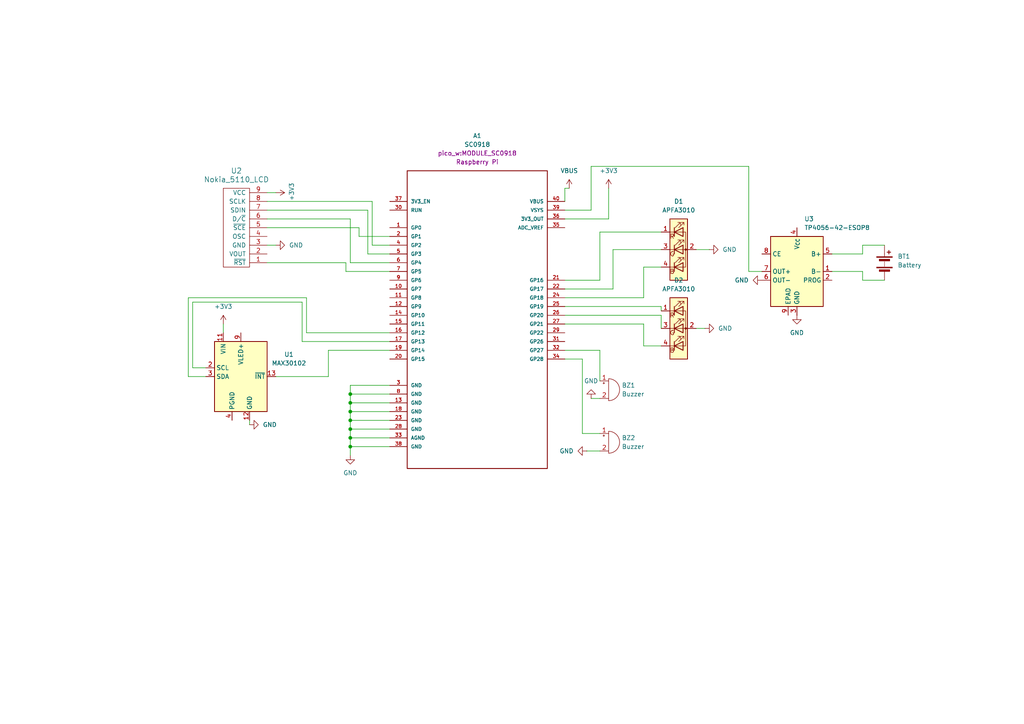
<source format=kicad_sch>
(kicad_sch
	(version 20250114)
	(generator "eeschema")
	(generator_version "9.0")
	(uuid "d935383f-b08b-4a67-9130-f34d5795a139")
	(paper "A4")
	(lib_symbols
		(symbol "Battery_Management:TP4056-42-ESOP8"
			(exclude_from_sim no)
			(in_bom yes)
			(on_board yes)
			(property "Reference" "U3"
				(at 2.1433 15.24 0)
				(effects
					(font
						(size 1.27 1.27)
					)
					(justify left)
				)
			)
			(property "Value" "TP4056-42-ESOP8"
				(at 2.1433 12.7 0)
				(effects
					(font
						(size 1.27 1.27)
					)
					(justify left)
				)
			)
			(property "Footprint" "Package_SO:SOIC-8-1EP_3.9x4.9mm_P1.27mm_EP2.41x3.3mm_ThermalVias"
				(at 0.508 -22.86 0)
				(effects
					(font
						(size 1.27 1.27)
					)
					(hide yes)
				)
			)
			(property "Datasheet" "https://www.lcsc.com/datasheet/lcsc_datasheet_2410121619_TOPPOWER-Nanjing-Extension-Microelectronics-TP4056-42-ESOP8_C16581.pdf"
				(at 0 -25.4 0)
				(effects
					(font
						(size 1.27 1.27)
					)
					(hide yes)
				)
			)
			(property "Description" "1A Standalone Linear Li-ion/LiPo single-cell battery charger, 4.2V ±1% charge voltage, VCC = 4.0..8.0V, SOIC-8 (SOP-8)"
				(at 0.508 -20.32 0)
				(effects
					(font
						(size 1.27 1.27)
					)
					(hide yes)
				)
			)
			(property "ki_keywords" "lithium-ion lithium-polymer Li-Poly"
				(at 0 0 0)
				(effects
					(font
						(size 1.27 1.27)
					)
					(hide yes)
				)
			)
			(property "ki_fp_filters" "*SO*3.9x4.*P1.27mm*EP2.4*x3.3*mm*"
				(at 0 0 0)
				(effects
					(font
						(size 1.27 1.27)
					)
					(hide yes)
				)
			)
			(symbol "TP4056-42-ESOP8_1_0"
				(pin input line
					(at -10.16 5.08 0)
					(length 2.54)
					(name "CE"
						(effects
							(font
								(size 1.27 1.27)
							)
						)
					)
					(number "8"
						(effects
							(font
								(size 1.27 1.27)
							)
						)
					)
				)
				(pin open_collector line
					(at -10.16 0 0)
					(length 2.54)
					(name "OUT+"
						(effects
							(font
								(size 1.27 1.27)
							)
						)
					)
					(number "7"
						(effects
							(font
								(size 1.27 1.27)
							)
						)
					)
				)
				(pin open_collector line
					(at -10.16 -2.54 0)
					(length 2.54)
					(name "OUT-"
						(effects
							(font
								(size 1.27 1.27)
							)
						)
					)
					(number "6"
						(effects
							(font
								(size 1.27 1.27)
							)
						)
					)
				)
				(pin passive line
					(at -2.54 -12.7 90)
					(length 2.54)
					(name "EPAD"
						(effects
							(font
								(size 1.27 1.27)
							)
						)
					)
					(number "9"
						(effects
							(font
								(size 1.27 1.27)
							)
						)
					)
				)
				(pin power_in line
					(at 0 12.7 270)
					(length 2.54)
					(name "V_{CC}"
						(effects
							(font
								(size 1.27 1.27)
							)
						)
					)
					(number "4"
						(effects
							(font
								(size 1.27 1.27)
							)
						)
					)
				)
				(pin power_in line
					(at 0 -12.7 90)
					(length 2.54)
					(name "GND"
						(effects
							(font
								(size 1.27 1.27)
							)
						)
					)
					(number "3"
						(effects
							(font
								(size 1.27 1.27)
							)
						)
					)
				)
				(pin power_out line
					(at 10.16 5.08 180)
					(length 2.54)
					(name "B+"
						(effects
							(font
								(size 1.27 1.27)
							)
						)
					)
					(number "5"
						(effects
							(font
								(size 1.27 1.27)
							)
						)
					)
				)
				(pin input line
					(at 10.16 0 180)
					(length 2.54)
					(name "B-"
						(effects
							(font
								(size 1.27 1.27)
							)
						)
					)
					(number "1"
						(effects
							(font
								(size 1.27 1.27)
							)
						)
					)
				)
				(pin passive line
					(at 10.16 -2.54 180)
					(length 2.54)
					(name "PROG"
						(effects
							(font
								(size 1.27 1.27)
							)
						)
					)
					(number "2"
						(effects
							(font
								(size 1.27 1.27)
							)
						)
					)
				)
			)
			(symbol "TP4056-42-ESOP8_1_1"
				(rectangle
					(start -7.62 10.16)
					(end 7.62 -10.16)
					(stroke
						(width 0.254)
						(type default)
					)
					(fill
						(type background)
					)
				)
			)
			(embedded_fonts no)
		)
		(symbol "Device:Battery"
			(pin_numbers
				(hide yes)
			)
			(pin_names
				(offset 0)
				(hide yes)
			)
			(exclude_from_sim no)
			(in_bom yes)
			(on_board yes)
			(property "Reference" "BT"
				(at 2.54 2.54 0)
				(effects
					(font
						(size 1.27 1.27)
					)
					(justify left)
				)
			)
			(property "Value" "Battery"
				(at 2.54 0 0)
				(effects
					(font
						(size 1.27 1.27)
					)
					(justify left)
				)
			)
			(property "Footprint" ""
				(at 0 1.524 90)
				(effects
					(font
						(size 1.27 1.27)
					)
					(hide yes)
				)
			)
			(property "Datasheet" "~"
				(at 0 1.524 90)
				(effects
					(font
						(size 1.27 1.27)
					)
					(hide yes)
				)
			)
			(property "Description" "Multiple-cell battery"
				(at 0 0 0)
				(effects
					(font
						(size 1.27 1.27)
					)
					(hide yes)
				)
			)
			(property "ki_keywords" "batt voltage-source cell"
				(at 0 0 0)
				(effects
					(font
						(size 1.27 1.27)
					)
					(hide yes)
				)
			)
			(symbol "Battery_0_1"
				(rectangle
					(start -2.286 1.778)
					(end 2.286 1.524)
					(stroke
						(width 0)
						(type default)
					)
					(fill
						(type outline)
					)
				)
				(rectangle
					(start -2.286 -1.27)
					(end 2.286 -1.524)
					(stroke
						(width 0)
						(type default)
					)
					(fill
						(type outline)
					)
				)
				(rectangle
					(start -1.524 1.016)
					(end 1.524 0.508)
					(stroke
						(width 0)
						(type default)
					)
					(fill
						(type outline)
					)
				)
				(rectangle
					(start -1.524 -2.032)
					(end 1.524 -2.54)
					(stroke
						(width 0)
						(type default)
					)
					(fill
						(type outline)
					)
				)
				(polyline
					(pts
						(xy 0 1.778) (xy 0 2.54)
					)
					(stroke
						(width 0)
						(type default)
					)
					(fill
						(type none)
					)
				)
				(polyline
					(pts
						(xy 0 0) (xy 0 0.254)
					)
					(stroke
						(width 0)
						(type default)
					)
					(fill
						(type none)
					)
				)
				(polyline
					(pts
						(xy 0 -0.508) (xy 0 -0.254)
					)
					(stroke
						(width 0)
						(type default)
					)
					(fill
						(type none)
					)
				)
				(polyline
					(pts
						(xy 0 -1.016) (xy 0 -0.762)
					)
					(stroke
						(width 0)
						(type default)
					)
					(fill
						(type none)
					)
				)
				(polyline
					(pts
						(xy 0.762 3.048) (xy 1.778 3.048)
					)
					(stroke
						(width 0.254)
						(type default)
					)
					(fill
						(type none)
					)
				)
				(polyline
					(pts
						(xy 1.27 3.556) (xy 1.27 2.54)
					)
					(stroke
						(width 0.254)
						(type default)
					)
					(fill
						(type none)
					)
				)
			)
			(symbol "Battery_1_1"
				(pin passive line
					(at 0 5.08 270)
					(length 2.54)
					(name "+"
						(effects
							(font
								(size 1.27 1.27)
							)
						)
					)
					(number "1"
						(effects
							(font
								(size 1.27 1.27)
							)
						)
					)
				)
				(pin passive line
					(at 0 -5.08 90)
					(length 2.54)
					(name "-"
						(effects
							(font
								(size 1.27 1.27)
							)
						)
					)
					(number "2"
						(effects
							(font
								(size 1.27 1.27)
							)
						)
					)
				)
			)
			(embedded_fonts no)
		)
		(symbol "Device:Buzzer"
			(pin_names
				(offset 0.0254)
				(hide yes)
			)
			(exclude_from_sim no)
			(in_bom yes)
			(on_board yes)
			(property "Reference" "BZ"
				(at 3.81 1.27 0)
				(effects
					(font
						(size 1.27 1.27)
					)
					(justify left)
				)
			)
			(property "Value" "Buzzer"
				(at 3.81 -1.27 0)
				(effects
					(font
						(size 1.27 1.27)
					)
					(justify left)
				)
			)
			(property "Footprint" ""
				(at -0.635 2.54 90)
				(effects
					(font
						(size 1.27 1.27)
					)
					(hide yes)
				)
			)
			(property "Datasheet" "~"
				(at -0.635 2.54 90)
				(effects
					(font
						(size 1.27 1.27)
					)
					(hide yes)
				)
			)
			(property "Description" "Buzzer, polarized"
				(at 0 0 0)
				(effects
					(font
						(size 1.27 1.27)
					)
					(hide yes)
				)
			)
			(property "ki_keywords" "quartz resonator ceramic"
				(at 0 0 0)
				(effects
					(font
						(size 1.27 1.27)
					)
					(hide yes)
				)
			)
			(property "ki_fp_filters" "*Buzzer*"
				(at 0 0 0)
				(effects
					(font
						(size 1.27 1.27)
					)
					(hide yes)
				)
			)
			(symbol "Buzzer_0_1"
				(polyline
					(pts
						(xy -1.651 1.905) (xy -1.143 1.905)
					)
					(stroke
						(width 0)
						(type default)
					)
					(fill
						(type none)
					)
				)
				(polyline
					(pts
						(xy -1.397 2.159) (xy -1.397 1.651)
					)
					(stroke
						(width 0)
						(type default)
					)
					(fill
						(type none)
					)
				)
				(arc
					(start 0 3.175)
					(mid 3.1612 0)
					(end 0 -3.175)
					(stroke
						(width 0)
						(type default)
					)
					(fill
						(type none)
					)
				)
				(polyline
					(pts
						(xy 0 3.175) (xy 0 -3.175)
					)
					(stroke
						(width 0)
						(type default)
					)
					(fill
						(type none)
					)
				)
			)
			(symbol "Buzzer_1_1"
				(pin passive line
					(at -2.54 2.54 0)
					(length 2.54)
					(name "+"
						(effects
							(font
								(size 1.27 1.27)
							)
						)
					)
					(number "1"
						(effects
							(font
								(size 1.27 1.27)
							)
						)
					)
				)
				(pin passive line
					(at -2.54 -2.54 0)
					(length 2.54)
					(name "-"
						(effects
							(font
								(size 1.27 1.27)
							)
						)
					)
					(number "2"
						(effects
							(font
								(size 1.27 1.27)
							)
						)
					)
				)
			)
			(embedded_fonts no)
		)
		(symbol "LED:APFA3010"
			(pin_names
				(offset 0)
				(hide yes)
			)
			(exclude_from_sim no)
			(in_bom yes)
			(on_board yes)
			(property "Reference" "D"
				(at 0 10.16 0)
				(effects
					(font
						(size 1.27 1.27)
					)
				)
			)
			(property "Value" "APFA3010"
				(at 0 -10.16 0)
				(effects
					(font
						(size 1.27 1.27)
					)
				)
			)
			(property "Footprint" "LED_SMD:LED_Kingbright_APFA3010_3x1.5mm_Horizontal"
				(at 0 12.7 0)
				(effects
					(font
						(size 1.27 1.27)
					)
					(hide yes)
				)
			)
			(property "Datasheet" "http://www.kingbrightusa.com/images/catalog/SPEC/APFA3010LSEEZGKQBKC.pdf"
				(at 0 -11.43 0)
				(effects
					(font
						(size 1.27 1.27)
					)
					(hide yes)
				)
			)
			(property "Description" "LED RGB, Common Anode, SMD, 3.0x1.5mm, Horizontal"
				(at 0 0 0)
				(effects
					(font
						(size 1.27 1.27)
					)
					(hide yes)
				)
			)
			(property "ki_keywords" "LED RGB SMD Kingbright APFA3010 Horizontal"
				(at 0 0 0)
				(effects
					(font
						(size 1.27 1.27)
					)
					(hide yes)
				)
			)
			(property "ki_fp_filters" "*Kingbright*APFA3010*3x1.5mm*Horizontal*"
				(at 0 0 0)
				(effects
					(font
						(size 1.27 1.27)
					)
					(hide yes)
				)
			)
			(symbol "APFA3010_0_0"
				(text "R"
					(at -1.905 3.81 0)
					(effects
						(font
							(size 1.27 1.27)
						)
					)
				)
				(text "G"
					(at -1.905 -1.27 0)
					(effects
						(font
							(size 1.27 1.27)
						)
					)
				)
				(text "B"
					(at -1.905 -6.35 0)
					(effects
						(font
							(size 1.27 1.27)
						)
					)
				)
			)
			(symbol "APFA3010_0_1"
				(polyline
					(pts
						(xy -2.54 -5.08) (xy 1.27 -5.08)
					)
					(stroke
						(width 0)
						(type default)
					)
					(fill
						(type none)
					)
				)
				(rectangle
					(start -2.54 -8.89)
					(end 2.54 8.89)
					(stroke
						(width 0.254)
						(type default)
					)
					(fill
						(type background)
					)
				)
				(polyline
					(pts
						(xy -1.27 6.35) (xy -1.27 3.81)
					)
					(stroke
						(width 0.254)
						(type default)
					)
					(fill
						(type none)
					)
				)
				(polyline
					(pts
						(xy -1.27 1.27) (xy -1.27 -1.27)
					)
					(stroke
						(width 0.254)
						(type default)
					)
					(fill
						(type none)
					)
				)
				(polyline
					(pts
						(xy -1.27 -3.81) (xy -1.27 -6.35)
					)
					(stroke
						(width 0.254)
						(type default)
					)
					(fill
						(type none)
					)
				)
				(polyline
					(pts
						(xy -1.016 6.35) (xy 0.508 7.874) (xy -0.254 7.874) (xy 0.508 7.874) (xy 0.508 7.112)
					)
					(stroke
						(width 0)
						(type default)
					)
					(fill
						(type none)
					)
				)
				(polyline
					(pts
						(xy -1.016 1.27) (xy 0.508 2.794) (xy -0.254 2.794) (xy 0.508 2.794) (xy 0.508 2.032)
					)
					(stroke
						(width 0)
						(type default)
					)
					(fill
						(type none)
					)
				)
				(polyline
					(pts
						(xy -1.016 -3.81) (xy 0.508 -2.286) (xy -0.254 -2.286) (xy 0.508 -2.286) (xy 0.508 -3.048)
					)
					(stroke
						(width 0)
						(type default)
					)
					(fill
						(type none)
					)
				)
				(polyline
					(pts
						(xy 0 6.35) (xy 1.524 7.874) (xy 0.762 7.874) (xy 1.524 7.874) (xy 1.524 7.112)
					)
					(stroke
						(width 0)
						(type default)
					)
					(fill
						(type none)
					)
				)
				(polyline
					(pts
						(xy 0 1.27) (xy 1.524 2.794) (xy 0.762 2.794) (xy 1.524 2.794) (xy 1.524 2.032)
					)
					(stroke
						(width 0)
						(type default)
					)
					(fill
						(type none)
					)
				)
				(polyline
					(pts
						(xy 0 -3.81) (xy 1.524 -2.286) (xy 0.762 -2.286) (xy 1.524 -2.286) (xy 1.524 -3.048)
					)
					(stroke
						(width 0)
						(type default)
					)
					(fill
						(type none)
					)
				)
				(polyline
					(pts
						(xy 1.27 6.35) (xy 1.27 3.81) (xy -1.27 5.08) (xy 1.27 6.35)
					)
					(stroke
						(width 0.254)
						(type default)
					)
					(fill
						(type none)
					)
				)
				(rectangle
					(start 1.27 6.35)
					(end 1.27 6.35)
					(stroke
						(width 0)
						(type default)
					)
					(fill
						(type none)
					)
				)
				(polyline
					(pts
						(xy 1.27 5.08) (xy -2.54 5.08)
					)
					(stroke
						(width 0)
						(type default)
					)
					(fill
						(type none)
					)
				)
				(polyline
					(pts
						(xy 1.27 1.27) (xy 1.27 -1.27) (xy -1.27 0) (xy 1.27 1.27)
					)
					(stroke
						(width 0.254)
						(type default)
					)
					(fill
						(type none)
					)
				)
				(polyline
					(pts
						(xy 1.27 -3.81) (xy 1.27 -6.35) (xy -1.27 -5.08) (xy 1.27 -3.81)
					)
					(stroke
						(width 0.254)
						(type default)
					)
					(fill
						(type none)
					)
				)
				(polyline
					(pts
						(xy 1.27 -5.08) (xy 2.032 -5.08) (xy 2.032 5.08) (xy 1.27 5.08)
					)
					(stroke
						(width 0)
						(type default)
					)
					(fill
						(type none)
					)
				)
				(circle
					(center 2.032 0)
					(radius 0.254)
					(stroke
						(width 0)
						(type default)
					)
					(fill
						(type outline)
					)
				)
				(polyline
					(pts
						(xy 2.54 0) (xy -2.54 0)
					)
					(stroke
						(width 0)
						(type default)
					)
					(fill
						(type none)
					)
				)
			)
			(symbol "APFA3010_1_1"
				(pin input line
					(at -5.08 5.08 0)
					(length 2.54)
					(name "R"
						(effects
							(font
								(size 1.27 1.27)
							)
						)
					)
					(number "1"
						(effects
							(font
								(size 1.27 1.27)
							)
						)
					)
				)
				(pin input line
					(at -5.08 0 0)
					(length 2.54)
					(name "G"
						(effects
							(font
								(size 1.27 1.27)
							)
						)
					)
					(number "3"
						(effects
							(font
								(size 1.27 1.27)
							)
						)
					)
				)
				(pin input line
					(at -5.08 -5.08 0)
					(length 2.54)
					(name "B"
						(effects
							(font
								(size 1.27 1.27)
							)
						)
					)
					(number "4"
						(effects
							(font
								(size 1.27 1.27)
							)
						)
					)
				)
				(pin power_in line
					(at 5.08 0 180)
					(length 2.54)
					(name "A"
						(effects
							(font
								(size 1.27 1.27)
							)
						)
					)
					(number "2"
						(effects
							(font
								(size 1.27 1.27)
							)
						)
					)
				)
			)
			(embedded_fonts no)
		)
		(symbol "Sensor:MAX30102"
			(exclude_from_sim no)
			(in_bom yes)
			(on_board yes)
			(property "Reference" "U1"
				(at 13.97 6.4202 0)
				(effects
					(font
						(size 1.27 1.27)
					)
				)
			)
			(property "Value" "MAX30102"
				(at 13.97 3.8802 0)
				(effects
					(font
						(size 1.27 1.27)
					)
				)
			)
			(property "Footprint" "OptoDevice:Maxim_OLGA-14_3.3x5.6mm_P0.8mm"
				(at 0 -2.54 0)
				(effects
					(font
						(size 1.27 1.27)
					)
					(hide yes)
				)
			)
			(property "Datasheet" "https://datasheets.maximintegrated.com/en/ds/MAX30102.pdf"
				(at 0 0 0)
				(effects
					(font
						(size 1.27 1.27)
					)
					(hide yes)
				)
			)
			(property "Description" "Heart Rate Sensor, 14-OLGA"
				(at 0 0 0)
				(effects
					(font
						(size 1.27 1.27)
					)
					(hide yes)
				)
			)
			(property "ki_keywords" "Heart Rate"
				(at 0 0 0)
				(effects
					(font
						(size 1.27 1.27)
					)
					(hide yes)
				)
			)
			(property "ki_fp_filters" "Maxim*OLGA*3.3x5.6mm*P0.8mm*"
				(at 0 0 0)
				(effects
					(font
						(size 1.27 1.27)
					)
					(hide yes)
				)
			)
			(symbol "MAX30102_0_1"
				(rectangle
					(start -7.62 10.16)
					(end 7.62 -10.16)
					(stroke
						(width 0.254)
						(type default)
					)
					(fill
						(type background)
					)
				)
			)
			(symbol "MAX30102_1_1"
				(pin input line
					(at -10.16 2.54 0)
					(length 2.54)
					(name "SCL"
						(effects
							(font
								(size 1.27 1.27)
							)
						)
					)
					(number "2"
						(effects
							(font
								(size 1.27 1.27)
							)
						)
					)
				)
				(pin bidirectional line
					(at -10.16 0 0)
					(length 2.54)
					(name "SDA"
						(effects
							(font
								(size 1.27 1.27)
							)
						)
					)
					(number "3"
						(effects
							(font
								(size 1.27 1.27)
							)
						)
					)
				)
				(pin no_connect line
					(at -7.62 5.08 0)
					(length 2.54)
					(hide yes)
					(name "NC"
						(effects
							(font
								(size 1.27 1.27)
							)
						)
					)
					(number "1"
						(effects
							(font
								(size 1.27 1.27)
							)
						)
					)
				)
				(pin no_connect line
					(at -7.62 -2.54 0)
					(length 2.54)
					(hide yes)
					(name "NC"
						(effects
							(font
								(size 1.27 1.27)
							)
						)
					)
					(number "7"
						(effects
							(font
								(size 1.27 1.27)
							)
						)
					)
				)
				(pin power_in line
					(at -5.08 12.7 270)
					(length 2.54)
					(name "VIN"
						(effects
							(font
								(size 1.27 1.27)
							)
						)
					)
					(number "11"
						(effects
							(font
								(size 1.27 1.27)
							)
						)
					)
				)
				(pin power_in line
					(at -2.54 -12.7 90)
					(length 2.54)
					(name "PGND"
						(effects
							(font
								(size 1.27 1.27)
							)
						)
					)
					(number "4"
						(effects
							(font
								(size 1.27 1.27)
							)
						)
					)
				)
				(pin passive line
					(at 0 12.7 270)
					(length 2.54)
					(hide yes)
					(name "VLED+"
						(effects
							(font
								(size 1.27 1.27)
							)
						)
					)
					(number "10"
						(effects
							(font
								(size 1.27 1.27)
							)
						)
					)
				)
				(pin power_in line
					(at 0 12.7 270)
					(length 2.54)
					(name "VLED+"
						(effects
							(font
								(size 1.27 1.27)
							)
						)
					)
					(number "9"
						(effects
							(font
								(size 1.27 1.27)
							)
						)
					)
				)
				(pin power_in line
					(at 2.54 -12.7 90)
					(length 2.54)
					(name "GND"
						(effects
							(font
								(size 1.27 1.27)
							)
						)
					)
					(number "12"
						(effects
							(font
								(size 1.27 1.27)
							)
						)
					)
				)
				(pin no_connect line
					(at 7.62 5.08 180)
					(length 2.54)
					(hide yes)
					(name "NC"
						(effects
							(font
								(size 1.27 1.27)
							)
						)
					)
					(number "8"
						(effects
							(font
								(size 1.27 1.27)
							)
						)
					)
				)
				(pin no_connect line
					(at 7.62 2.54 180)
					(length 2.54)
					(hide yes)
					(name "NC"
						(effects
							(font
								(size 1.27 1.27)
							)
						)
					)
					(number "14"
						(effects
							(font
								(size 1.27 1.27)
							)
						)
					)
				)
				(pin no_connect line
					(at 7.62 -5.08 180)
					(length 2.54)
					(hide yes)
					(name "NC"
						(effects
							(font
								(size 1.27 1.27)
							)
						)
					)
					(number "6"
						(effects
							(font
								(size 1.27 1.27)
							)
						)
					)
				)
				(pin no_connect line
					(at 7.62 -7.62 180)
					(length 2.54)
					(hide yes)
					(name "NC"
						(effects
							(font
								(size 1.27 1.27)
							)
						)
					)
					(number "5"
						(effects
							(font
								(size 1.27 1.27)
							)
						)
					)
				)
				(pin output line
					(at 10.16 0 180)
					(length 2.54)
					(name "~{INT}"
						(effects
							(font
								(size 1.27 1.27)
							)
						)
					)
					(number "13"
						(effects
							(font
								(size 1.27 1.27)
							)
						)
					)
				)
			)
			(embedded_fonts no)
		)
		(symbol "nokia_5110-3310_lcd:Nokia_5110_LCD"
			(pin_names
				(offset 1.016)
			)
			(exclude_from_sim no)
			(in_bom yes)
			(on_board yes)
			(property "Reference" "U"
				(at 0 -13.97 0)
				(effects
					(font
						(size 1.524 1.524)
					)
				)
			)
			(property "Value" "Nokia_5110_LCD"
				(at 6.35 0 90)
				(effects
					(font
						(size 1.524 1.524)
					)
				)
			)
			(property "Footprint" ""
				(at 0 0 0)
				(effects
					(font
						(size 1.524 1.524)
					)
				)
			)
			(property "Datasheet" ""
				(at 0 0 0)
				(effects
					(font
						(size 1.524 1.524)
					)
				)
			)
			(property "Description" ""
				(at 0 0 0)
				(effects
					(font
						(size 1.27 1.27)
					)
					(hide yes)
				)
			)
			(symbol "Nokia_5110_LCD_0_1"
				(rectangle
					(start -3.81 11.43)
					(end 3.81 -11.43)
					(stroke
						(width 0)
						(type solid)
					)
					(fill
						(type none)
					)
				)
			)
			(symbol "Nokia_5110_LCD_1_1"
				(pin passive line
					(at -8.89 10.16 0)
					(length 5.08)
					(name "~{RST}"
						(effects
							(font
								(size 1.27 1.27)
							)
						)
					)
					(number "1"
						(effects
							(font
								(size 1.27 1.27)
							)
						)
					)
				)
				(pin passive line
					(at -8.89 7.62 0)
					(length 5.08)
					(name "VOUT"
						(effects
							(font
								(size 1.27 1.27)
							)
						)
					)
					(number "2"
						(effects
							(font
								(size 1.27 1.27)
							)
						)
					)
				)
				(pin power_in line
					(at -8.89 5.08 0)
					(length 5.08)
					(name "GND"
						(effects
							(font
								(size 1.27 1.27)
							)
						)
					)
					(number "3"
						(effects
							(font
								(size 1.27 1.27)
							)
						)
					)
				)
				(pin passive line
					(at -8.89 2.54 0)
					(length 5.08)
					(name "OSC"
						(effects
							(font
								(size 1.27 1.27)
							)
						)
					)
					(number "4"
						(effects
							(font
								(size 1.27 1.27)
							)
						)
					)
				)
				(pin passive line
					(at -8.89 0 0)
					(length 5.08)
					(name "~{SCE}"
						(effects
							(font
								(size 1.27 1.27)
							)
						)
					)
					(number "5"
						(effects
							(font
								(size 1.27 1.27)
							)
						)
					)
				)
				(pin passive line
					(at -8.89 -2.54 0)
					(length 5.08)
					(name "D/~{C}"
						(effects
							(font
								(size 1.27 1.27)
							)
						)
					)
					(number "6"
						(effects
							(font
								(size 1.27 1.27)
							)
						)
					)
				)
				(pin passive line
					(at -8.89 -5.08 0)
					(length 5.08)
					(name "SDIN"
						(effects
							(font
								(size 1.27 1.27)
							)
						)
					)
					(number "7"
						(effects
							(font
								(size 1.27 1.27)
							)
						)
					)
				)
				(pin passive line
					(at -8.89 -7.62 0)
					(length 5.08)
					(name "SCLK"
						(effects
							(font
								(size 1.27 1.27)
							)
						)
					)
					(number "8"
						(effects
							(font
								(size 1.27 1.27)
							)
						)
					)
				)
				(pin power_in line
					(at -8.89 -10.16 0)
					(length 5.08)
					(name "VCC"
						(effects
							(font
								(size 1.27 1.27)
							)
						)
					)
					(number "9"
						(effects
							(font
								(size 1.27 1.27)
							)
						)
					)
				)
			)
			(embedded_fonts no)
		)
		(symbol "pico_w:SC0918"
			(pin_names
				(offset 1.016)
			)
			(exclude_from_sim no)
			(in_bom yes)
			(on_board yes)
			(property "Reference" "A1"
				(at 0 58.42 0)
				(effects
					(font
						(size 1.27 1.27)
					)
				)
			)
			(property "Value" "SC0918"
				(at 0 55.88 0)
				(effects
					(font
						(size 1.27 1.27)
					)
				)
			)
			(property "Footprint" "pico_w:MODULE_SC0918"
				(at -12.7 -46.99 0)
				(effects
					(font
						(size 1.27 1.27)
					)
					(justify bottom)
				)
			)
			(property "Datasheet" "https://datasheets.raspberrypi.com/picow/pico-w-datasheet.pdf"
				(at -26.67 -49.53 0)
				(effects
					(font
						(size 1.27 1.27)
					)
					(justify left bottom)
					(hide yes)
				)
			)
			(property "Description" ""
				(at 0 0 0)
				(effects
					(font
						(size 1.27 1.27)
					)
					(hide yes)
				)
			)
			(property "manufacturer" "Raspberry Pi"
				(at 0 53.34 0)
				(effects
					(font
						(size 1.27 1.27)
					)
				)
			)
			(property "P/N" "SC0918"
				(at 0 50.8 0)
				(effects
					(font
						(size 1.27 1.27)
					)
					(hide yes)
				)
			)
			(property "PARTREV" "1.6"
				(at 0 48.26 0)
				(effects
					(font
						(size 1.27 1.27)
					)
					(hide yes)
				)
			)
			(property "MAXIMUM_PACKAGE_HEIGHT" "3.73mm"
				(at 0 45.72 0)
				(effects
					(font
						(size 1.27 1.27)
					)
					(hide yes)
				)
			)
			(symbol "SC0918_0_0"
				(rectangle
					(start -20.32 -43.18)
					(end 20.32 43.18)
					(stroke
						(width 0.254)
						(type default)
					)
					(fill
						(type none)
					)
				)
				(pin input line
					(at -25.4 34.29 0)
					(length 5.08)
					(name "3V3_EN"
						(effects
							(font
								(size 1.016 1.016)
							)
						)
					)
					(number "37"
						(effects
							(font
								(size 1.016 1.016)
							)
						)
					)
				)
				(pin input line
					(at -25.4 31.75 0)
					(length 5.08)
					(name "RUN"
						(effects
							(font
								(size 1.016 1.016)
							)
						)
					)
					(number "30"
						(effects
							(font
								(size 1.016 1.016)
							)
						)
					)
				)
				(pin bidirectional line
					(at -25.4 26.67 0)
					(length 5.08)
					(name "GP0"
						(effects
							(font
								(size 1.016 1.016)
							)
						)
					)
					(number "1"
						(effects
							(font
								(size 1.016 1.016)
							)
						)
					)
				)
				(pin bidirectional line
					(at -25.4 24.13 0)
					(length 5.08)
					(name "GP1"
						(effects
							(font
								(size 1.016 1.016)
							)
						)
					)
					(number "2"
						(effects
							(font
								(size 1.016 1.016)
							)
						)
					)
				)
				(pin bidirectional line
					(at -25.4 21.59 0)
					(length 5.08)
					(name "GP2"
						(effects
							(font
								(size 1.016 1.016)
							)
						)
					)
					(number "4"
						(effects
							(font
								(size 1.016 1.016)
							)
						)
					)
				)
				(pin bidirectional line
					(at -25.4 19.05 0)
					(length 5.08)
					(name "GP3"
						(effects
							(font
								(size 1.016 1.016)
							)
						)
					)
					(number "5"
						(effects
							(font
								(size 1.016 1.016)
							)
						)
					)
				)
				(pin bidirectional line
					(at -25.4 16.51 0)
					(length 5.08)
					(name "GP4"
						(effects
							(font
								(size 1.016 1.016)
							)
						)
					)
					(number "6"
						(effects
							(font
								(size 1.016 1.016)
							)
						)
					)
				)
				(pin bidirectional line
					(at -25.4 13.97 0)
					(length 5.08)
					(name "GP5"
						(effects
							(font
								(size 1.016 1.016)
							)
						)
					)
					(number "7"
						(effects
							(font
								(size 1.016 1.016)
							)
						)
					)
				)
				(pin bidirectional line
					(at -25.4 11.43 0)
					(length 5.08)
					(name "GP6"
						(effects
							(font
								(size 1.016 1.016)
							)
						)
					)
					(number "9"
						(effects
							(font
								(size 1.016 1.016)
							)
						)
					)
				)
				(pin bidirectional line
					(at -25.4 8.89 0)
					(length 5.08)
					(name "GP7"
						(effects
							(font
								(size 1.016 1.016)
							)
						)
					)
					(number "10"
						(effects
							(font
								(size 1.016 1.016)
							)
						)
					)
				)
				(pin bidirectional line
					(at -25.4 6.35 0)
					(length 5.08)
					(name "GP8"
						(effects
							(font
								(size 1.016 1.016)
							)
						)
					)
					(number "11"
						(effects
							(font
								(size 1.016 1.016)
							)
						)
					)
				)
				(pin bidirectional line
					(at -25.4 3.81 0)
					(length 5.08)
					(name "GP9"
						(effects
							(font
								(size 1.016 1.016)
							)
						)
					)
					(number "12"
						(effects
							(font
								(size 1.016 1.016)
							)
						)
					)
				)
				(pin bidirectional line
					(at -25.4 1.27 0)
					(length 5.08)
					(name "GP10"
						(effects
							(font
								(size 1.016 1.016)
							)
						)
					)
					(number "14"
						(effects
							(font
								(size 1.016 1.016)
							)
						)
					)
				)
				(pin bidirectional line
					(at -25.4 -1.27 0)
					(length 5.08)
					(name "GP11"
						(effects
							(font
								(size 1.016 1.016)
							)
						)
					)
					(number "15"
						(effects
							(font
								(size 1.016 1.016)
							)
						)
					)
				)
				(pin bidirectional line
					(at -25.4 -3.81 0)
					(length 5.08)
					(name "GP12"
						(effects
							(font
								(size 1.016 1.016)
							)
						)
					)
					(number "16"
						(effects
							(font
								(size 1.016 1.016)
							)
						)
					)
				)
				(pin bidirectional line
					(at -25.4 -6.35 0)
					(length 5.08)
					(name "GP13"
						(effects
							(font
								(size 1.016 1.016)
							)
						)
					)
					(number "17"
						(effects
							(font
								(size 1.016 1.016)
							)
						)
					)
				)
				(pin bidirectional line
					(at -25.4 -8.89 0)
					(length 5.08)
					(name "GP14"
						(effects
							(font
								(size 1.016 1.016)
							)
						)
					)
					(number "19"
						(effects
							(font
								(size 1.016 1.016)
							)
						)
					)
				)
				(pin bidirectional line
					(at -25.4 -11.43 0)
					(length 5.08)
					(name "GP15"
						(effects
							(font
								(size 1.016 1.016)
							)
						)
					)
					(number "20"
						(effects
							(font
								(size 1.016 1.016)
							)
						)
					)
				)
				(pin power_in line
					(at -25.4 -19.05 0)
					(length 5.08)
					(name "GND"
						(effects
							(font
								(size 1.016 1.016)
							)
						)
					)
					(number "3"
						(effects
							(font
								(size 1.016 1.016)
							)
						)
					)
				)
				(pin power_in line
					(at -25.4 -21.59 0)
					(length 5.08)
					(name "GND"
						(effects
							(font
								(size 1.016 1.016)
							)
						)
					)
					(number "8"
						(effects
							(font
								(size 1.016 1.016)
							)
						)
					)
				)
				(pin power_in line
					(at -25.4 -24.13 0)
					(length 5.08)
					(name "GND"
						(effects
							(font
								(size 1.016 1.016)
							)
						)
					)
					(number "13"
						(effects
							(font
								(size 1.016 1.016)
							)
						)
					)
				)
				(pin power_in line
					(at -25.4 -26.67 0)
					(length 5.08)
					(name "GND"
						(effects
							(font
								(size 1.016 1.016)
							)
						)
					)
					(number "18"
						(effects
							(font
								(size 1.016 1.016)
							)
						)
					)
				)
				(pin power_in line
					(at -25.4 -29.21 0)
					(length 5.08)
					(name "GND"
						(effects
							(font
								(size 1.016 1.016)
							)
						)
					)
					(number "23"
						(effects
							(font
								(size 1.016 1.016)
							)
						)
					)
				)
				(pin power_in line
					(at -25.4 -31.75 0)
					(length 5.08)
					(name "GND"
						(effects
							(font
								(size 1.016 1.016)
							)
						)
					)
					(number "28"
						(effects
							(font
								(size 1.016 1.016)
							)
						)
					)
				)
				(pin power_in line
					(at -25.4 -34.29 0)
					(length 5.08)
					(name "AGND"
						(effects
							(font
								(size 1.016 1.016)
							)
						)
					)
					(number "33"
						(effects
							(font
								(size 1.016 1.016)
							)
						)
					)
				)
				(pin power_in line
					(at -25.4 -36.83 0)
					(length 5.08)
					(name "GND"
						(effects
							(font
								(size 1.016 1.016)
							)
						)
					)
					(number "38"
						(effects
							(font
								(size 1.016 1.016)
							)
						)
					)
				)
				(pin free line
					(at 25.4 34.29 180)
					(length 5.08)
					(name "VBUS"
						(effects
							(font
								(size 1.016 1.016)
							)
						)
					)
					(number "40"
						(effects
							(font
								(size 1.016 1.016)
							)
						)
					)
				)
				(pin free line
					(at 25.4 31.75 180)
					(length 5.08)
					(name "VSYS"
						(effects
							(font
								(size 1.016 1.016)
							)
						)
					)
					(number "39"
						(effects
							(font
								(size 1.016 1.016)
							)
						)
					)
				)
				(pin power_in line
					(at 25.4 29.21 180)
					(length 5.08)
					(name "3V3_OUT"
						(effects
							(font
								(size 1.016 1.016)
							)
						)
					)
					(number "36"
						(effects
							(font
								(size 1.016 1.016)
							)
						)
					)
				)
				(pin power_in line
					(at 25.4 26.67 180)
					(length 5.08)
					(name "ADC_VREF"
						(effects
							(font
								(size 1.016 1.016)
							)
						)
					)
					(number "35"
						(effects
							(font
								(size 1.016 1.016)
							)
						)
					)
				)
				(pin bidirectional line
					(at 25.4 11.43 180)
					(length 5.08)
					(name "GP16"
						(effects
							(font
								(size 1.016 1.016)
							)
						)
					)
					(number "21"
						(effects
							(font
								(size 1.016 1.016)
							)
						)
					)
				)
				(pin bidirectional line
					(at 25.4 8.89 180)
					(length 5.08)
					(name "GP17"
						(effects
							(font
								(size 1.016 1.016)
							)
						)
					)
					(number "22"
						(effects
							(font
								(size 1.016 1.016)
							)
						)
					)
				)
				(pin bidirectional line
					(at 25.4 6.35 180)
					(length 5.08)
					(name "GP18"
						(effects
							(font
								(size 1.016 1.016)
							)
						)
					)
					(number "24"
						(effects
							(font
								(size 1.016 1.016)
							)
						)
					)
				)
				(pin bidirectional line
					(at 25.4 3.81 180)
					(length 5.08)
					(name "GP19"
						(effects
							(font
								(size 1.016 1.016)
							)
						)
					)
					(number "25"
						(effects
							(font
								(size 1.016 1.016)
							)
						)
					)
				)
				(pin bidirectional line
					(at 25.4 1.27 180)
					(length 5.08)
					(name "GP20"
						(effects
							(font
								(size 1.016 1.016)
							)
						)
					)
					(number "26"
						(effects
							(font
								(size 1.016 1.016)
							)
						)
					)
				)
				(pin bidirectional line
					(at 25.4 -1.27 180)
					(length 5.08)
					(name "GP21"
						(effects
							(font
								(size 1.016 1.016)
							)
						)
					)
					(number "27"
						(effects
							(font
								(size 1.016 1.016)
							)
						)
					)
				)
				(pin bidirectional line
					(at 25.4 -3.81 180)
					(length 5.08)
					(name "GP22"
						(effects
							(font
								(size 1.016 1.016)
							)
						)
					)
					(number "29"
						(effects
							(font
								(size 1.016 1.016)
							)
						)
					)
				)
				(pin bidirectional line
					(at 25.4 -6.35 180)
					(length 5.08)
					(name "GP26"
						(effects
							(font
								(size 1.016 1.016)
							)
						)
					)
					(number "31"
						(effects
							(font
								(size 1.016 1.016)
							)
						)
					)
				)
				(pin bidirectional line
					(at 25.4 -8.89 180)
					(length 5.08)
					(name "GP27"
						(effects
							(font
								(size 1.016 1.016)
							)
						)
					)
					(number "32"
						(effects
							(font
								(size 1.016 1.016)
							)
						)
					)
				)
				(pin bidirectional line
					(at 25.4 -11.43 180)
					(length 5.08)
					(name "GP28"
						(effects
							(font
								(size 1.016 1.016)
							)
						)
					)
					(number "34"
						(effects
							(font
								(size 1.016 1.016)
							)
						)
					)
				)
			)
			(embedded_fonts no)
		)
		(symbol "power:+3V3"
			(power)
			(pin_numbers
				(hide yes)
			)
			(pin_names
				(offset 0)
				(hide yes)
			)
			(exclude_from_sim no)
			(in_bom yes)
			(on_board yes)
			(property "Reference" "#PWR"
				(at 0 -3.81 0)
				(effects
					(font
						(size 1.27 1.27)
					)
					(hide yes)
				)
			)
			(property "Value" "+3V3"
				(at 0 3.556 0)
				(effects
					(font
						(size 1.27 1.27)
					)
				)
			)
			(property "Footprint" ""
				(at 0 0 0)
				(effects
					(font
						(size 1.27 1.27)
					)
					(hide yes)
				)
			)
			(property "Datasheet" ""
				(at 0 0 0)
				(effects
					(font
						(size 1.27 1.27)
					)
					(hide yes)
				)
			)
			(property "Description" "Power symbol creates a global label with name \"+3V3\""
				(at 0 0 0)
				(effects
					(font
						(size 1.27 1.27)
					)
					(hide yes)
				)
			)
			(property "ki_keywords" "global power"
				(at 0 0 0)
				(effects
					(font
						(size 1.27 1.27)
					)
					(hide yes)
				)
			)
			(symbol "+3V3_0_1"
				(polyline
					(pts
						(xy -0.762 1.27) (xy 0 2.54)
					)
					(stroke
						(width 0)
						(type default)
					)
					(fill
						(type none)
					)
				)
				(polyline
					(pts
						(xy 0 2.54) (xy 0.762 1.27)
					)
					(stroke
						(width 0)
						(type default)
					)
					(fill
						(type none)
					)
				)
				(polyline
					(pts
						(xy 0 0) (xy 0 2.54)
					)
					(stroke
						(width 0)
						(type default)
					)
					(fill
						(type none)
					)
				)
			)
			(symbol "+3V3_1_1"
				(pin power_in line
					(at 0 0 90)
					(length 0)
					(name "~"
						(effects
							(font
								(size 1.27 1.27)
							)
						)
					)
					(number "1"
						(effects
							(font
								(size 1.27 1.27)
							)
						)
					)
				)
			)
			(embedded_fonts no)
		)
		(symbol "power:GND"
			(power)
			(pin_numbers
				(hide yes)
			)
			(pin_names
				(offset 0)
				(hide yes)
			)
			(exclude_from_sim no)
			(in_bom yes)
			(on_board yes)
			(property "Reference" "#PWR"
				(at 0 -6.35 0)
				(effects
					(font
						(size 1.27 1.27)
					)
					(hide yes)
				)
			)
			(property "Value" "GND"
				(at 0 -3.81 0)
				(effects
					(font
						(size 1.27 1.27)
					)
				)
			)
			(property "Footprint" ""
				(at 0 0 0)
				(effects
					(font
						(size 1.27 1.27)
					)
					(hide yes)
				)
			)
			(property "Datasheet" ""
				(at 0 0 0)
				(effects
					(font
						(size 1.27 1.27)
					)
					(hide yes)
				)
			)
			(property "Description" "Power symbol creates a global label with name \"GND\" , ground"
				(at 0 0 0)
				(effects
					(font
						(size 1.27 1.27)
					)
					(hide yes)
				)
			)
			(property "ki_keywords" "global power"
				(at 0 0 0)
				(effects
					(font
						(size 1.27 1.27)
					)
					(hide yes)
				)
			)
			(symbol "GND_0_1"
				(polyline
					(pts
						(xy 0 0) (xy 0 -1.27) (xy 1.27 -1.27) (xy 0 -2.54) (xy -1.27 -1.27) (xy 0 -1.27)
					)
					(stroke
						(width 0)
						(type default)
					)
					(fill
						(type none)
					)
				)
			)
			(symbol "GND_1_1"
				(pin power_in line
					(at 0 0 270)
					(length 0)
					(name "~"
						(effects
							(font
								(size 1.27 1.27)
							)
						)
					)
					(number "1"
						(effects
							(font
								(size 1.27 1.27)
							)
						)
					)
				)
			)
			(embedded_fonts no)
		)
		(symbol "power:VBUS"
			(power)
			(pin_numbers
				(hide yes)
			)
			(pin_names
				(offset 0)
				(hide yes)
			)
			(exclude_from_sim no)
			(in_bom yes)
			(on_board yes)
			(property "Reference" "#PWR"
				(at 0 -3.81 0)
				(effects
					(font
						(size 1.27 1.27)
					)
					(hide yes)
				)
			)
			(property "Value" "VBUS"
				(at 0 3.556 0)
				(effects
					(font
						(size 1.27 1.27)
					)
				)
			)
			(property "Footprint" ""
				(at 0 0 0)
				(effects
					(font
						(size 1.27 1.27)
					)
					(hide yes)
				)
			)
			(property "Datasheet" ""
				(at 0 0 0)
				(effects
					(font
						(size 1.27 1.27)
					)
					(hide yes)
				)
			)
			(property "Description" "Power symbol creates a global label with name \"VBUS\""
				(at 0 0 0)
				(effects
					(font
						(size 1.27 1.27)
					)
					(hide yes)
				)
			)
			(property "ki_keywords" "global power"
				(at 0 0 0)
				(effects
					(font
						(size 1.27 1.27)
					)
					(hide yes)
				)
			)
			(symbol "VBUS_0_1"
				(polyline
					(pts
						(xy -0.762 1.27) (xy 0 2.54)
					)
					(stroke
						(width 0)
						(type default)
					)
					(fill
						(type none)
					)
				)
				(polyline
					(pts
						(xy 0 2.54) (xy 0.762 1.27)
					)
					(stroke
						(width 0)
						(type default)
					)
					(fill
						(type none)
					)
				)
				(polyline
					(pts
						(xy 0 0) (xy 0 2.54)
					)
					(stroke
						(width 0)
						(type default)
					)
					(fill
						(type none)
					)
				)
			)
			(symbol "VBUS_1_1"
				(pin power_in line
					(at 0 0 90)
					(length 0)
					(name "~"
						(effects
							(font
								(size 1.27 1.27)
							)
						)
					)
					(number "1"
						(effects
							(font
								(size 1.27 1.27)
							)
						)
					)
				)
			)
			(embedded_fonts no)
		)
	)
	(junction
		(at 101.6 114.3)
		(diameter 0)
		(color 0 0 0 0)
		(uuid "2c559c24-21e8-4b89-bdf3-fe7145f96c2d")
	)
	(junction
		(at 101.6 116.84)
		(diameter 0)
		(color 0 0 0 0)
		(uuid "3436bffa-bc3b-4fda-9f70-48b3f340a3d1")
	)
	(junction
		(at 101.6 127)
		(diameter 0)
		(color 0 0 0 0)
		(uuid "6326ac3a-0d01-440f-a62e-11f90c5a5d3c")
	)
	(junction
		(at 101.6 129.54)
		(diameter 0)
		(color 0 0 0 0)
		(uuid "940a17b5-c77e-44a4-a7c4-137c22195f1c")
	)
	(junction
		(at 101.6 124.46)
		(diameter 0)
		(color 0 0 0 0)
		(uuid "c513e112-083b-4328-878b-ae264572d6d7")
	)
	(junction
		(at 101.6 121.92)
		(diameter 0)
		(color 0 0 0 0)
		(uuid "e395ce12-ec5b-4232-a065-c1bfb2979768")
	)
	(junction
		(at 101.6 119.38)
		(diameter 0)
		(color 0 0 0 0)
		(uuid "e8546922-3ce0-413b-ba57-c15617d223cf")
	)
	(wire
		(pts
			(xy 191.77 88.9) (xy 191.77 90.17)
		)
		(stroke
			(width 0)
			(type default)
		)
		(uuid "00571ae5-02bb-447d-8754-11d980730a39")
	)
	(wire
		(pts
			(xy 55.88 106.68) (xy 55.88 87.63)
		)
		(stroke
			(width 0)
			(type default)
		)
		(uuid "03e1ec25-7534-4481-853e-351d56f06d76")
	)
	(wire
		(pts
			(xy 186.69 100.33) (xy 191.77 100.33)
		)
		(stroke
			(width 0)
			(type default)
		)
		(uuid "05987edd-f9db-4da0-b7ea-e26023634590")
	)
	(wire
		(pts
			(xy 250.19 71.12) (xy 256.54 71.12)
		)
		(stroke
			(width 0)
			(type default)
		)
		(uuid "07c33641-bd72-48a6-b32f-88caf38fb3f3")
	)
	(wire
		(pts
			(xy 101.6 63.5) (xy 101.6 76.2)
		)
		(stroke
			(width 0)
			(type default)
		)
		(uuid "0f4802d2-f2d3-421a-a469-ff3ffd0a1d75")
	)
	(wire
		(pts
			(xy 87.63 99.06) (xy 113.03 99.06)
		)
		(stroke
			(width 0)
			(type default)
		)
		(uuid "1339663c-1b89-46bd-9b2d-712cbf5c82f0")
	)
	(wire
		(pts
			(xy 87.63 87.63) (xy 87.63 99.06)
		)
		(stroke
			(width 0)
			(type default)
		)
		(uuid "15ef6fd8-197c-4f5e-84fb-c8cad2845d4e")
	)
	(wire
		(pts
			(xy 186.69 77.47) (xy 191.77 77.47)
		)
		(stroke
			(width 0)
			(type default)
		)
		(uuid "18a4190e-8a7c-45ad-a4f4-402d3038eb01")
	)
	(wire
		(pts
			(xy 101.6 129.54) (xy 113.03 129.54)
		)
		(stroke
			(width 0)
			(type default)
		)
		(uuid "19e95380-e5af-4158-b337-08bf2326745c")
	)
	(wire
		(pts
			(xy 100.33 78.74) (xy 113.03 78.74)
		)
		(stroke
			(width 0)
			(type default)
		)
		(uuid "1e18ca5b-2530-46ef-8e4b-75871897101b")
	)
	(wire
		(pts
			(xy 101.6 124.46) (xy 101.6 121.92)
		)
		(stroke
			(width 0)
			(type default)
		)
		(uuid "1ea15f18-e7ce-4018-bbe1-f5adda7c84ff")
	)
	(wire
		(pts
			(xy 77.47 60.96) (xy 106.68 60.96)
		)
		(stroke
			(width 0)
			(type default)
		)
		(uuid "2086cb00-7a52-4047-8873-3983528e7915")
	)
	(wire
		(pts
			(xy 101.6 121.92) (xy 101.6 119.38)
		)
		(stroke
			(width 0)
			(type default)
		)
		(uuid "2285d6c6-5574-4790-9d7c-5d28b369931e")
	)
	(wire
		(pts
			(xy 77.47 66.04) (xy 104.14 66.04)
		)
		(stroke
			(width 0)
			(type default)
		)
		(uuid "25f083d2-8edd-4168-aba1-5cfe03b4c062")
	)
	(wire
		(pts
			(xy 101.6 116.84) (xy 113.03 116.84)
		)
		(stroke
			(width 0)
			(type default)
		)
		(uuid "270b3fee-d8c7-4192-ac7b-cb9a7db841c1")
	)
	(wire
		(pts
			(xy 77.47 76.2) (xy 100.33 76.2)
		)
		(stroke
			(width 0)
			(type default)
		)
		(uuid "28c9b745-2570-4a7c-b435-cf4bca5a41db")
	)
	(wire
		(pts
			(xy 101.6 129.54) (xy 101.6 127)
		)
		(stroke
			(width 0)
			(type default)
		)
		(uuid "2a8380cb-b404-457f-8afa-48396112709b")
	)
	(wire
		(pts
			(xy 163.83 93.98) (xy 186.69 93.98)
		)
		(stroke
			(width 0)
			(type default)
		)
		(uuid "2c2bd4bb-de10-44c4-8c43-869fcf5ba072")
	)
	(wire
		(pts
			(xy 101.6 76.2) (xy 113.03 76.2)
		)
		(stroke
			(width 0)
			(type default)
		)
		(uuid "2cca182b-cf9c-4781-b7d7-19bebe1fbc1a")
	)
	(wire
		(pts
			(xy 171.45 48.26) (xy 217.17 48.26)
		)
		(stroke
			(width 0)
			(type default)
		)
		(uuid "2e74cfb5-74d0-41c0-a320-4b51e2b87110")
	)
	(wire
		(pts
			(xy 171.45 115.57) (xy 173.99 115.57)
		)
		(stroke
			(width 0)
			(type default)
		)
		(uuid "2e851396-6d0c-4604-aed2-4b109bc9db89")
	)
	(wire
		(pts
			(xy 217.17 48.26) (xy 217.17 78.74)
		)
		(stroke
			(width 0)
			(type default)
		)
		(uuid "35344493-3377-4bff-8bf5-1e1ee9267eb4")
	)
	(wire
		(pts
			(xy 101.6 121.92) (xy 113.03 121.92)
		)
		(stroke
			(width 0)
			(type default)
		)
		(uuid "396a9732-b029-426a-923a-cad86df0198d")
	)
	(wire
		(pts
			(xy 163.83 101.6) (xy 173.99 101.6)
		)
		(stroke
			(width 0)
			(type default)
		)
		(uuid "396f4ff9-9de1-49fa-a855-08cf90a8b143")
	)
	(wire
		(pts
			(xy 177.8 72.39) (xy 191.77 72.39)
		)
		(stroke
			(width 0)
			(type default)
		)
		(uuid "3ed9e657-431a-4604-96f8-9e794dc7af19")
	)
	(wire
		(pts
			(xy 59.69 106.68) (xy 55.88 106.68)
		)
		(stroke
			(width 0)
			(type default)
		)
		(uuid "40b59bea-a912-47d8-881c-d14662c7a275")
	)
	(wire
		(pts
			(xy 101.6 127) (xy 101.6 124.46)
		)
		(stroke
			(width 0)
			(type default)
		)
		(uuid "4286ac48-0be9-42c6-859c-ccf15050276e")
	)
	(wire
		(pts
			(xy 201.93 72.39) (xy 205.74 72.39)
		)
		(stroke
			(width 0)
			(type default)
		)
		(uuid "47d17abf-ee14-40f4-82e3-e36fdce099e7")
	)
	(wire
		(pts
			(xy 88.9 86.36) (xy 88.9 96.52)
		)
		(stroke
			(width 0)
			(type default)
		)
		(uuid "4bd71a7d-f0ec-4e5a-b5e5-0e28df710823")
	)
	(wire
		(pts
			(xy 64.77 93.98) (xy 64.77 96.52)
		)
		(stroke
			(width 0)
			(type default)
		)
		(uuid "500c849d-d9cf-4174-bc85-ae9d06675e06")
	)
	(wire
		(pts
			(xy 95.25 109.22) (xy 95.25 101.6)
		)
		(stroke
			(width 0)
			(type default)
		)
		(uuid "513e9b02-a51c-495d-8dbd-06dcc417ab5e")
	)
	(wire
		(pts
			(xy 54.61 86.36) (xy 88.9 86.36)
		)
		(stroke
			(width 0)
			(type default)
		)
		(uuid "5442c480-9a5e-4966-83cc-6ebed0e02ab2")
	)
	(wire
		(pts
			(xy 173.99 81.28) (xy 173.99 67.31)
		)
		(stroke
			(width 0)
			(type default)
		)
		(uuid "54a35ad6-c111-48d6-9c02-dd971d98a6d9")
	)
	(wire
		(pts
			(xy 163.83 86.36) (xy 186.69 86.36)
		)
		(stroke
			(width 0)
			(type default)
		)
		(uuid "576afedd-b8bb-47ff-96f5-4b2e604fec7f")
	)
	(wire
		(pts
			(xy 186.69 93.98) (xy 186.69 100.33)
		)
		(stroke
			(width 0)
			(type default)
		)
		(uuid "617c3e43-54cf-4342-902e-ad9858d065d0")
	)
	(wire
		(pts
			(xy 163.83 91.44) (xy 191.77 91.44)
		)
		(stroke
			(width 0)
			(type default)
		)
		(uuid "62ac9ba0-f2e8-4898-9b38-4a6dcaf5d518")
	)
	(wire
		(pts
			(xy 106.68 60.96) (xy 106.68 73.66)
		)
		(stroke
			(width 0)
			(type default)
		)
		(uuid "63f37505-fbf8-4893-8b6b-f6baf58cbe17")
	)
	(wire
		(pts
			(xy 72.39 121.92) (xy 72.39 123.19)
		)
		(stroke
			(width 0)
			(type default)
		)
		(uuid "6a197b2a-21ba-45f9-a2aa-a7cf187f7ef5")
	)
	(wire
		(pts
			(xy 163.83 88.9) (xy 191.77 88.9)
		)
		(stroke
			(width 0)
			(type default)
		)
		(uuid "6c758610-89f2-4424-9513-c74e13af0c73")
	)
	(wire
		(pts
			(xy 173.99 67.31) (xy 191.77 67.31)
		)
		(stroke
			(width 0)
			(type default)
		)
		(uuid "6d7eea5e-5e24-470b-8e7d-648843330a9a")
	)
	(wire
		(pts
			(xy 106.68 73.66) (xy 113.03 73.66)
		)
		(stroke
			(width 0)
			(type default)
		)
		(uuid "752e7f28-aa37-4958-9b30-3806a07f4c15")
	)
	(wire
		(pts
			(xy 163.83 54.61) (xy 163.83 58.42)
		)
		(stroke
			(width 0)
			(type default)
		)
		(uuid "76980591-368e-49f4-8dbb-e2307b20d377")
	)
	(wire
		(pts
			(xy 186.69 86.36) (xy 186.69 77.47)
		)
		(stroke
			(width 0)
			(type default)
		)
		(uuid "774f5953-9ce6-482f-8b15-5c5715f76a2e")
	)
	(wire
		(pts
			(xy 101.6 119.38) (xy 113.03 119.38)
		)
		(stroke
			(width 0)
			(type default)
		)
		(uuid "77a641b1-1a84-4555-9239-34904441b3d2")
	)
	(wire
		(pts
			(xy 176.53 63.5) (xy 163.83 63.5)
		)
		(stroke
			(width 0)
			(type default)
		)
		(uuid "795a9785-239c-4645-8f30-4b854b1968b8")
	)
	(wire
		(pts
			(xy 250.19 73.66) (xy 250.19 71.12)
		)
		(stroke
			(width 0)
			(type default)
		)
		(uuid "7d66bcea-863d-4328-8c61-aa2af0946fd6")
	)
	(wire
		(pts
			(xy 107.95 71.12) (xy 113.03 71.12)
		)
		(stroke
			(width 0)
			(type default)
		)
		(uuid "7dfbce36-a34d-450a-ae39-c42bbacdd95e")
	)
	(wire
		(pts
			(xy 77.47 63.5) (xy 101.6 63.5)
		)
		(stroke
			(width 0)
			(type default)
		)
		(uuid "805fb899-12a9-4501-ba43-be98b83599a9")
	)
	(wire
		(pts
			(xy 171.45 60.96) (xy 163.83 60.96)
		)
		(stroke
			(width 0)
			(type default)
		)
		(uuid "8073b2a4-c7e0-4bec-b892-018872aba111")
	)
	(wire
		(pts
			(xy 80.01 109.22) (xy 95.25 109.22)
		)
		(stroke
			(width 0)
			(type default)
		)
		(uuid "8aa67223-2884-4803-85b3-538487966119")
	)
	(wire
		(pts
			(xy 104.14 68.58) (xy 113.03 68.58)
		)
		(stroke
			(width 0)
			(type default)
		)
		(uuid "8c23d320-3198-478a-8a15-b5bd03a4f44c")
	)
	(wire
		(pts
			(xy 241.3 78.74) (xy 250.19 78.74)
		)
		(stroke
			(width 0)
			(type default)
		)
		(uuid "8e649a1d-a512-4d22-9311-b1c1c926e468")
	)
	(wire
		(pts
			(xy 59.69 109.22) (xy 54.61 109.22)
		)
		(stroke
			(width 0)
			(type default)
		)
		(uuid "92baf95c-b47a-49d2-a1b8-fe5cde67d28e")
	)
	(wire
		(pts
			(xy 173.99 125.73) (xy 168.91 125.73)
		)
		(stroke
			(width 0)
			(type default)
		)
		(uuid "92e1442b-5cbf-4231-bb0e-7a9def94d558")
	)
	(wire
		(pts
			(xy 101.6 119.38) (xy 101.6 116.84)
		)
		(stroke
			(width 0)
			(type default)
		)
		(uuid "960ed57c-14f3-41b5-baf8-955b29ddbab8")
	)
	(wire
		(pts
			(xy 241.3 73.66) (xy 250.19 73.66)
		)
		(stroke
			(width 0)
			(type default)
		)
		(uuid "97d8a268-5f2f-403d-899c-764976dcfc2f")
	)
	(wire
		(pts
			(xy 77.47 58.42) (xy 107.95 58.42)
		)
		(stroke
			(width 0)
			(type default)
		)
		(uuid "9945b4b3-450d-4161-af65-8781366335c3")
	)
	(wire
		(pts
			(xy 107.95 58.42) (xy 107.95 71.12)
		)
		(stroke
			(width 0)
			(type default)
		)
		(uuid "9b17b6c4-0709-49f4-af2d-d56492a47606")
	)
	(wire
		(pts
			(xy 250.19 81.28) (xy 256.54 81.28)
		)
		(stroke
			(width 0)
			(type default)
		)
		(uuid "9b1ab571-45b8-49a7-91ca-43df60af1eb7")
	)
	(wire
		(pts
			(xy 101.6 111.76) (xy 113.03 111.76)
		)
		(stroke
			(width 0)
			(type default)
		)
		(uuid "9f309904-9ab3-4a47-b2e1-d3ed3dc3c60c")
	)
	(wire
		(pts
			(xy 201.93 95.25) (xy 204.47 95.25)
		)
		(stroke
			(width 0)
			(type default)
		)
		(uuid "a34949d2-0e2d-4cce-a166-a72ea0449bc7")
	)
	(wire
		(pts
			(xy 168.91 125.73) (xy 168.91 104.14)
		)
		(stroke
			(width 0)
			(type default)
		)
		(uuid "a4fb71d4-31f0-45d4-aa74-ed1f9dfc95d5")
	)
	(wire
		(pts
			(xy 77.47 71.12) (xy 80.01 71.12)
		)
		(stroke
			(width 0)
			(type default)
		)
		(uuid "a9d74887-8f45-4110-8799-67006fb37bab")
	)
	(wire
		(pts
			(xy 104.14 66.04) (xy 104.14 68.58)
		)
		(stroke
			(width 0)
			(type default)
		)
		(uuid "aeae29f4-de93-4770-9be6-f4c903a5f0f8")
	)
	(wire
		(pts
			(xy 173.99 110.49) (xy 173.99 101.6)
		)
		(stroke
			(width 0)
			(type default)
		)
		(uuid "b1ae75ae-d8b2-4c06-bc22-a9a244c366fd")
	)
	(wire
		(pts
			(xy 101.6 132.08) (xy 101.6 129.54)
		)
		(stroke
			(width 0)
			(type default)
		)
		(uuid "b9b71225-b67a-4091-996a-5cd524084d8f")
	)
	(wire
		(pts
			(xy 170.18 130.81) (xy 173.99 130.81)
		)
		(stroke
			(width 0)
			(type default)
		)
		(uuid "ba8b13cf-9ca8-43c7-bacd-1a673a8a9be5")
	)
	(wire
		(pts
			(xy 101.6 116.84) (xy 101.6 114.3)
		)
		(stroke
			(width 0)
			(type default)
		)
		(uuid "bb772569-43a5-45a7-a01f-c3b401b70cde")
	)
	(wire
		(pts
			(xy 176.53 54.61) (xy 176.53 63.5)
		)
		(stroke
			(width 0)
			(type default)
		)
		(uuid "bbabf6b0-a913-4f7d-81e3-1be218acccb0")
	)
	(wire
		(pts
			(xy 168.91 104.14) (xy 163.83 104.14)
		)
		(stroke
			(width 0)
			(type default)
		)
		(uuid "c83b0833-6df0-48d5-bf55-6ab4c6c92616")
	)
	(wire
		(pts
			(xy 101.6 114.3) (xy 101.6 111.76)
		)
		(stroke
			(width 0)
			(type default)
		)
		(uuid "d14eb975-59c7-41fb-8ebc-39e12e743972")
	)
	(wire
		(pts
			(xy 177.8 83.82) (xy 177.8 72.39)
		)
		(stroke
			(width 0)
			(type default)
		)
		(uuid "d15c4179-c947-4bdf-99d8-35b635125dd3")
	)
	(wire
		(pts
			(xy 55.88 87.63) (xy 87.63 87.63)
		)
		(stroke
			(width 0)
			(type default)
		)
		(uuid "d23e898b-c983-48f5-8d1b-ffb2920c4a55")
	)
	(wire
		(pts
			(xy 250.19 78.74) (xy 250.19 81.28)
		)
		(stroke
			(width 0)
			(type default)
		)
		(uuid "d288788e-ee11-40b4-bb27-3e44d91f6f80")
	)
	(wire
		(pts
			(xy 95.25 101.6) (xy 113.03 101.6)
		)
		(stroke
			(width 0)
			(type default)
		)
		(uuid "d2b5db04-ad8e-4f94-bedd-7aace010557f")
	)
	(wire
		(pts
			(xy 100.33 76.2) (xy 100.33 78.74)
		)
		(stroke
			(width 0)
			(type default)
		)
		(uuid "d3709cff-f7c0-49f3-aadf-6794d7e922bc")
	)
	(wire
		(pts
			(xy 101.6 114.3) (xy 113.03 114.3)
		)
		(stroke
			(width 0)
			(type default)
		)
		(uuid "d6b3832d-90c1-49c4-b99e-b31dfe99a053")
	)
	(wire
		(pts
			(xy 88.9 96.52) (xy 113.03 96.52)
		)
		(stroke
			(width 0)
			(type default)
		)
		(uuid "dd14265d-217e-4b59-b641-451f4eb68592")
	)
	(wire
		(pts
			(xy 163.83 83.82) (xy 177.8 83.82)
		)
		(stroke
			(width 0)
			(type default)
		)
		(uuid "e439fc70-c68d-418a-b193-144eacc6bed2")
	)
	(wire
		(pts
			(xy 163.83 81.28) (xy 173.99 81.28)
		)
		(stroke
			(width 0)
			(type default)
		)
		(uuid "ec9f1849-f1ae-4953-8659-20270a66a2b1")
	)
	(wire
		(pts
			(xy 54.61 109.22) (xy 54.61 86.36)
		)
		(stroke
			(width 0)
			(type default)
		)
		(uuid "ef8d6b94-ae5b-4cbc-aeb2-752d4959b0e0")
	)
	(wire
		(pts
			(xy 171.45 48.26) (xy 171.45 60.96)
		)
		(stroke
			(width 0)
			(type default)
		)
		(uuid "f10bf9dc-b350-446a-a06b-c10de03dbf5e")
	)
	(wire
		(pts
			(xy 191.77 91.44) (xy 191.77 95.25)
		)
		(stroke
			(width 0)
			(type default)
		)
		(uuid "f59300d4-cd8e-4193-8a40-d0ab68c13e7c")
	)
	(wire
		(pts
			(xy 77.47 55.88) (xy 80.01 55.88)
		)
		(stroke
			(width 0)
			(type default)
		)
		(uuid "f7c87839-fd63-402a-ad34-f7f619f25acf")
	)
	(wire
		(pts
			(xy 101.6 124.46) (xy 113.03 124.46)
		)
		(stroke
			(width 0)
			(type default)
		)
		(uuid "f801cf65-8e3d-4584-9441-ccf7708e477b")
	)
	(wire
		(pts
			(xy 217.17 78.74) (xy 220.98 78.74)
		)
		(stroke
			(width 0)
			(type default)
		)
		(uuid "f9013de4-0b64-4832-a75c-5ed3aff5614f")
	)
	(wire
		(pts
			(xy 101.6 127) (xy 113.03 127)
		)
		(stroke
			(width 0)
			(type default)
		)
		(uuid "fab6e636-8af9-4b6f-98f6-dc625d6b0524")
	)
	(wire
		(pts
			(xy 165.1 54.61) (xy 163.83 54.61)
		)
		(stroke
			(width 0)
			(type default)
		)
		(uuid "fca1daac-dda8-4542-a4b0-14b1c394c81e")
	)
	(symbol
		(lib_id "Battery_Management:TP4056-42-ESOP8")
		(at 231.14 78.74 0)
		(unit 1)
		(exclude_from_sim no)
		(in_bom yes)
		(on_board yes)
		(dnp no)
		(fields_autoplaced yes)
		(uuid "006f3273-b586-46f8-9444-63885b6bc915")
		(property "Reference" "U3"
			(at 233.2833 63.5 0)
			(effects
				(font
					(size 1.27 1.27)
				)
				(justify left)
			)
		)
		(property "Value" "TP4056-42-ESOP8"
			(at 233.2833 66.04 0)
			(effects
				(font
					(size 1.27 1.27)
				)
				(justify left)
			)
		)
		(property "Footprint" "Package_SO:SOIC-8-1EP_3.9x4.9mm_P1.27mm_EP2.41x3.3mm_ThermalVias"
			(at 231.648 101.6 0)
			(effects
				(font
					(size 1.27 1.27)
				)
				(hide yes)
			)
		)
		(property "Datasheet" "https://www.lcsc.com/datasheet/lcsc_datasheet_2410121619_TOPPOWER-Nanjing-Extension-Microelectronics-TP4056-42-ESOP8_C16581.pdf"
			(at 231.14 104.14 0)
			(effects
				(font
					(size 1.27 1.27)
				)
				(hide yes)
			)
		)
		(property "Description" "1A Standalone Linear Li-ion/LiPo single-cell battery charger, 4.2V ±1% charge voltage, VCC = 4.0..8.0V, SOIC-8 (SOP-8)"
			(at 231.648 99.06 0)
			(effects
				(font
					(size 1.27 1.27)
				)
				(hide yes)
			)
		)
		(pin "9"
			(uuid "fcbbaccc-3490-49d0-bd8c-7f7402804551")
		)
		(pin "4"
			(uuid "5f808262-fbd0-47fe-a77d-cfba06c82329")
		)
		(pin "6"
			(uuid "83122d00-e8bd-4c4c-b541-b079ce71675e")
		)
		(pin "1"
			(uuid "1d437dfd-40f0-42b9-ab60-166f81ea3c99")
		)
		(pin "8"
			(uuid "78604347-3112-49d1-8ccb-187e53822abd")
		)
		(pin "5"
			(uuid "87c434e6-9653-4ea2-857a-6e99b83e5675")
		)
		(pin "2"
			(uuid "9cf8229b-07d3-4cd9-b548-95c5c3081a5c")
		)
		(pin "3"
			(uuid "dca74f03-99d1-4d36-8acb-32258f8dc0b1")
		)
		(pin "7"
			(uuid "02cb8b2a-3b1b-4876-ab44-e842aae11ac2")
		)
		(instances
			(project ""
				(path "/d935383f-b08b-4a67-9130-f34d5795a139"
					(reference "U3")
					(unit 1)
				)
			)
		)
	)
	(symbol
		(lib_id "Device:Buzzer")
		(at 176.53 128.27 0)
		(unit 1)
		(exclude_from_sim no)
		(in_bom yes)
		(on_board yes)
		(dnp no)
		(fields_autoplaced yes)
		(uuid "0fd9858f-2367-4d74-81e6-3d154c47ee73")
		(property "Reference" "BZ2"
			(at 180.34 126.9999 0)
			(effects
				(font
					(size 1.27 1.27)
				)
				(justify left)
			)
		)
		(property "Value" "Buzzer"
			(at 180.34 129.5399 0)
			(effects
				(font
					(size 1.27 1.27)
				)
				(justify left)
			)
		)
		(property "Footprint" ""
			(at 175.895 125.73 90)
			(effects
				(font
					(size 1.27 1.27)
				)
				(hide yes)
			)
		)
		(property "Datasheet" "~"
			(at 175.895 125.73 90)
			(effects
				(font
					(size 1.27 1.27)
				)
				(hide yes)
			)
		)
		(property "Description" "Buzzer, polarized"
			(at 176.53 128.27 0)
			(effects
				(font
					(size 1.27 1.27)
				)
				(hide yes)
			)
		)
		(pin "2"
			(uuid "4877d37e-dd34-41b4-ae24-16a82c611510")
		)
		(pin "1"
			(uuid "856c33bb-4e76-483a-aae0-9d143a28b3a3")
		)
		(instances
			(project ""
				(path "/d935383f-b08b-4a67-9130-f34d5795a139"
					(reference "BZ2")
					(unit 1)
				)
			)
		)
	)
	(symbol
		(lib_id "LED:APFA3010")
		(at 196.85 95.25 0)
		(unit 1)
		(exclude_from_sim no)
		(in_bom yes)
		(on_board yes)
		(dnp no)
		(fields_autoplaced yes)
		(uuid "11191d82-dffc-4723-9a02-5211d936ab82")
		(property "Reference" "D2"
			(at 196.85 81.28 0)
			(effects
				(font
					(size 1.27 1.27)
				)
			)
		)
		(property "Value" "APFA3010"
			(at 196.85 83.82 0)
			(effects
				(font
					(size 1.27 1.27)
				)
			)
		)
		(property "Footprint" "LED_SMD:LED_Kingbright_APFA3010_3x1.5mm_Horizontal"
			(at 196.85 82.55 0)
			(effects
				(font
					(size 1.27 1.27)
				)
				(hide yes)
			)
		)
		(property "Datasheet" "http://www.kingbrightusa.com/images/catalog/SPEC/APFA3010LSEEZGKQBKC.pdf"
			(at 196.85 106.68 0)
			(effects
				(font
					(size 1.27 1.27)
				)
				(hide yes)
			)
		)
		(property "Description" "LED RGB, Common Anode, SMD, 3.0x1.5mm, Horizontal"
			(at 196.85 95.25 0)
			(effects
				(font
					(size 1.27 1.27)
				)
				(hide yes)
			)
		)
		(pin "2"
			(uuid "a7a29a3d-8a59-4eb6-a7eb-befbe19d5103")
		)
		(pin "4"
			(uuid "b2db72e4-6b2d-4ecd-8a1b-52c583496457")
		)
		(pin "3"
			(uuid "1e6ca112-69f6-46cb-b9d6-9756435193ef")
		)
		(pin "1"
			(uuid "ca409f42-adb6-4c9c-9809-95b37b3a2650")
		)
		(instances
			(project ""
				(path "/d935383f-b08b-4a67-9130-f34d5795a139"
					(reference "D2")
					(unit 1)
				)
			)
		)
	)
	(symbol
		(lib_id "LED:APFA3010")
		(at 196.85 72.39 0)
		(unit 1)
		(exclude_from_sim no)
		(in_bom yes)
		(on_board yes)
		(dnp no)
		(fields_autoplaced yes)
		(uuid "11859b88-e749-4a9c-baf3-3c0fb58dcb50")
		(property "Reference" "D1"
			(at 196.85 58.42 0)
			(effects
				(font
					(size 1.27 1.27)
				)
			)
		)
		(property "Value" "APFA3010"
			(at 196.85 60.96 0)
			(effects
				(font
					(size 1.27 1.27)
				)
			)
		)
		(property "Footprint" "LED_SMD:LED_Kingbright_APFA3010_3x1.5mm_Horizontal"
			(at 196.85 59.69 0)
			(effects
				(font
					(size 1.27 1.27)
				)
				(hide yes)
			)
		)
		(property "Datasheet" "http://www.kingbrightusa.com/images/catalog/SPEC/APFA3010LSEEZGKQBKC.pdf"
			(at 196.85 83.82 0)
			(effects
				(font
					(size 1.27 1.27)
				)
				(hide yes)
			)
		)
		(property "Description" "LED RGB, Common Anode, SMD, 3.0x1.5mm, Horizontal"
			(at 196.85 72.39 0)
			(effects
				(font
					(size 1.27 1.27)
				)
				(hide yes)
			)
		)
		(pin "3"
			(uuid "d663fbc3-0281-452a-8d71-a4ce2f702ad2")
		)
		(pin "4"
			(uuid "ab56b7aa-1542-44e6-b604-cfae503120a6")
		)
		(pin "2"
			(uuid "bc0f9335-5a1e-483e-a1d3-2f0d388f90aa")
		)
		(pin "1"
			(uuid "eb5761b1-9c62-4ed5-af38-bb4387ccbf08")
		)
		(instances
			(project ""
				(path "/d935383f-b08b-4a67-9130-f34d5795a139"
					(reference "D1")
					(unit 1)
				)
			)
		)
	)
	(symbol
		(lib_id "power:GND")
		(at 204.47 95.25 90)
		(unit 1)
		(exclude_from_sim no)
		(in_bom yes)
		(on_board yes)
		(dnp no)
		(fields_autoplaced yes)
		(uuid "122937bf-87ac-421a-b006-e3630e3df785")
		(property "Reference" "#PWR011"
			(at 210.82 95.25 0)
			(effects
				(font
					(size 1.27 1.27)
				)
				(hide yes)
			)
		)
		(property "Value" "GND"
			(at 208.28 95.2499 90)
			(effects
				(font
					(size 1.27 1.27)
				)
				(justify right)
			)
		)
		(property "Footprint" ""
			(at 204.47 95.25 0)
			(effects
				(font
					(size 1.27 1.27)
				)
				(hide yes)
			)
		)
		(property "Datasheet" ""
			(at 204.47 95.25 0)
			(effects
				(font
					(size 1.27 1.27)
				)
				(hide yes)
			)
		)
		(property "Description" "Power symbol creates a global label with name \"GND\" , ground"
			(at 204.47 95.25 0)
			(effects
				(font
					(size 1.27 1.27)
				)
				(hide yes)
			)
		)
		(pin "1"
			(uuid "b53106cc-31ad-4bc5-8948-e2dcd169d2c5")
		)
		(instances
			(project "pulsoximetru"
				(path "/d935383f-b08b-4a67-9130-f34d5795a139"
					(reference "#PWR011")
					(unit 1)
				)
			)
		)
	)
	(symbol
		(lib_id "power:GND")
		(at 231.14 91.44 0)
		(unit 1)
		(exclude_from_sim no)
		(in_bom yes)
		(on_board yes)
		(dnp no)
		(fields_autoplaced yes)
		(uuid "1cb694df-6dab-4171-b138-56c73466c9e0")
		(property "Reference" "#PWR013"
			(at 231.14 97.79 0)
			(effects
				(font
					(size 1.27 1.27)
				)
				(hide yes)
			)
		)
		(property "Value" "GND"
			(at 231.14 96.52 0)
			(effects
				(font
					(size 1.27 1.27)
				)
			)
		)
		(property "Footprint" ""
			(at 231.14 91.44 0)
			(effects
				(font
					(size 1.27 1.27)
				)
				(hide yes)
			)
		)
		(property "Datasheet" ""
			(at 231.14 91.44 0)
			(effects
				(font
					(size 1.27 1.27)
				)
				(hide yes)
			)
		)
		(property "Description" "Power symbol creates a global label with name \"GND\" , ground"
			(at 231.14 91.44 0)
			(effects
				(font
					(size 1.27 1.27)
				)
				(hide yes)
			)
		)
		(pin "1"
			(uuid "d2717b35-62fa-4a45-acfc-6a18c62ecb37")
		)
		(instances
			(project "pulsoximetru"
				(path "/d935383f-b08b-4a67-9130-f34d5795a139"
					(reference "#PWR013")
					(unit 1)
				)
			)
		)
	)
	(symbol
		(lib_id "power:GND")
		(at 72.39 123.19 90)
		(unit 1)
		(exclude_from_sim no)
		(in_bom yes)
		(on_board yes)
		(dnp no)
		(fields_autoplaced yes)
		(uuid "1e93d2f2-2cee-4189-bb54-cbec5b6a24ae")
		(property "Reference" "#PWR06"
			(at 78.74 123.19 0)
			(effects
				(font
					(size 1.27 1.27)
				)
				(hide yes)
			)
		)
		(property "Value" "GND"
			(at 76.2 123.1899 90)
			(effects
				(font
					(size 1.27 1.27)
				)
				(justify right)
			)
		)
		(property "Footprint" ""
			(at 72.39 123.19 0)
			(effects
				(font
					(size 1.27 1.27)
				)
				(hide yes)
			)
		)
		(property "Datasheet" ""
			(at 72.39 123.19 0)
			(effects
				(font
					(size 1.27 1.27)
				)
				(hide yes)
			)
		)
		(property "Description" "Power symbol creates a global label with name \"GND\" , ground"
			(at 72.39 123.19 0)
			(effects
				(font
					(size 1.27 1.27)
				)
				(hide yes)
			)
		)
		(pin "1"
			(uuid "b483f911-fd79-477b-982d-49821b6efa17")
		)
		(instances
			(project ""
				(path "/d935383f-b08b-4a67-9130-f34d5795a139"
					(reference "#PWR06")
					(unit 1)
				)
			)
		)
	)
	(symbol
		(lib_id "Device:Buzzer")
		(at 176.53 113.03 0)
		(unit 1)
		(exclude_from_sim no)
		(in_bom yes)
		(on_board yes)
		(dnp no)
		(fields_autoplaced yes)
		(uuid "234fb818-95c1-4fb2-90de-3b46f21b382d")
		(property "Reference" "BZ1"
			(at 180.34 111.7599 0)
			(effects
				(font
					(size 1.27 1.27)
				)
				(justify left)
			)
		)
		(property "Value" "Buzzer"
			(at 180.34 114.2999 0)
			(effects
				(font
					(size 1.27 1.27)
				)
				(justify left)
			)
		)
		(property "Footprint" ""
			(at 175.895 110.49 90)
			(effects
				(font
					(size 1.27 1.27)
				)
				(hide yes)
			)
		)
		(property "Datasheet" "~"
			(at 175.895 110.49 90)
			(effects
				(font
					(size 1.27 1.27)
				)
				(hide yes)
			)
		)
		(property "Description" "Buzzer, polarized"
			(at 176.53 113.03 0)
			(effects
				(font
					(size 1.27 1.27)
				)
				(hide yes)
			)
		)
		(pin "1"
			(uuid "9422b15b-0b56-4279-b04c-3c6d30f00b93")
		)
		(pin "2"
			(uuid "47f81354-aff3-4577-89a0-8a1546fffa3d")
		)
		(instances
			(project ""
				(path "/d935383f-b08b-4a67-9130-f34d5795a139"
					(reference "BZ1")
					(unit 1)
				)
			)
		)
	)
	(symbol
		(lib_id "Device:Battery")
		(at 256.54 76.2 0)
		(unit 1)
		(exclude_from_sim no)
		(in_bom yes)
		(on_board yes)
		(dnp no)
		(fields_autoplaced yes)
		(uuid "31fa9826-f5ef-4dee-ade0-d870689d5e3a")
		(property "Reference" "BT1"
			(at 260.35 74.3584 0)
			(effects
				(font
					(size 1.27 1.27)
				)
				(justify left)
			)
		)
		(property "Value" "Battery"
			(at 260.35 76.8984 0)
			(effects
				(font
					(size 1.27 1.27)
				)
				(justify left)
			)
		)
		(property "Footprint" ""
			(at 256.54 74.676 90)
			(effects
				(font
					(size 1.27 1.27)
				)
				(hide yes)
			)
		)
		(property "Datasheet" "~"
			(at 256.54 74.676 90)
			(effects
				(font
					(size 1.27 1.27)
				)
				(hide yes)
			)
		)
		(property "Description" "Multiple-cell battery"
			(at 256.54 76.2 0)
			(effects
				(font
					(size 1.27 1.27)
				)
				(hide yes)
			)
		)
		(pin "1"
			(uuid "976aa0a3-2b63-4be8-9176-b4e027cc4290")
		)
		(pin "2"
			(uuid "ddabfe57-9aec-4427-831d-9c5805a54f8b")
		)
		(instances
			(project ""
				(path "/d935383f-b08b-4a67-9130-f34d5795a139"
					(reference "BT1")
					(unit 1)
				)
			)
		)
	)
	(symbol
		(lib_id "power:+3V3")
		(at 80.01 55.88 270)
		(unit 1)
		(exclude_from_sim no)
		(in_bom yes)
		(on_board yes)
		(dnp no)
		(uuid "4d732dac-3735-4f29-87be-24ac42d6031d")
		(property "Reference" "#PWR07"
			(at 76.2 55.88 0)
			(effects
				(font
					(size 1.27 1.27)
				)
				(hide yes)
			)
		)
		(property "Value" "+3V3"
			(at 84.582 55.626 0)
			(effects
				(font
					(size 1.27 1.27)
				)
			)
		)
		(property "Footprint" ""
			(at 80.01 55.88 0)
			(effects
				(font
					(size 1.27 1.27)
				)
				(hide yes)
			)
		)
		(property "Datasheet" ""
			(at 80.01 55.88 0)
			(effects
				(font
					(size 1.27 1.27)
				)
				(hide yes)
			)
		)
		(property "Description" "Power symbol creates a global label with name \"+3V3\""
			(at 80.01 55.88 0)
			(effects
				(font
					(size 1.27 1.27)
				)
				(hide yes)
			)
		)
		(pin "1"
			(uuid "053f3bbf-2c79-43fb-bd62-b8a68289fbf3")
		)
		(instances
			(project "pulsoximetru"
				(path "/d935383f-b08b-4a67-9130-f34d5795a139"
					(reference "#PWR07")
					(unit 1)
				)
			)
		)
	)
	(symbol
		(lib_id "power:+3V3")
		(at 176.53 54.61 0)
		(unit 1)
		(exclude_from_sim no)
		(in_bom yes)
		(on_board yes)
		(dnp no)
		(uuid "59e74a6e-05ec-487b-8b61-5d0add040c0d")
		(property "Reference" "#PWR03"
			(at 176.53 58.42 0)
			(effects
				(font
					(size 1.27 1.27)
				)
				(hide yes)
			)
		)
		(property "Value" "+3V3"
			(at 176.53 49.53 0)
			(effects
				(font
					(size 1.27 1.27)
				)
			)
		)
		(property "Footprint" ""
			(at 176.53 54.61 0)
			(effects
				(font
					(size 1.27 1.27)
				)
				(hide yes)
			)
		)
		(property "Datasheet" ""
			(at 176.53 54.61 0)
			(effects
				(font
					(size 1.27 1.27)
				)
				(hide yes)
			)
		)
		(property "Description" "Power symbol creates a global label with name \"+3V3\""
			(at 176.53 54.61 0)
			(effects
				(font
					(size 1.27 1.27)
				)
				(hide yes)
			)
		)
		(pin "1"
			(uuid "21bfc4ba-5c25-431a-8b2f-b96eb790480a")
		)
		(instances
			(project ""
				(path "/d935383f-b08b-4a67-9130-f34d5795a139"
					(reference "#PWR03")
					(unit 1)
				)
			)
		)
	)
	(symbol
		(lib_id "power:GND")
		(at 205.74 72.39 90)
		(unit 1)
		(exclude_from_sim no)
		(in_bom yes)
		(on_board yes)
		(dnp no)
		(fields_autoplaced yes)
		(uuid "5c602fa2-88a9-43e3-a238-4e7906176fe5")
		(property "Reference" "#PWR012"
			(at 212.09 72.39 0)
			(effects
				(font
					(size 1.27 1.27)
				)
				(hide yes)
			)
		)
		(property "Value" "GND"
			(at 209.55 72.3899 90)
			(effects
				(font
					(size 1.27 1.27)
				)
				(justify right)
			)
		)
		(property "Footprint" ""
			(at 205.74 72.39 0)
			(effects
				(font
					(size 1.27 1.27)
				)
				(hide yes)
			)
		)
		(property "Datasheet" ""
			(at 205.74 72.39 0)
			(effects
				(font
					(size 1.27 1.27)
				)
				(hide yes)
			)
		)
		(property "Description" "Power symbol creates a global label with name \"GND\" , ground"
			(at 205.74 72.39 0)
			(effects
				(font
					(size 1.27 1.27)
				)
				(hide yes)
			)
		)
		(pin "1"
			(uuid "b1fb6e51-d491-4bbd-bb7a-0657ff74b26b")
		)
		(instances
			(project "pulsoximetru"
				(path "/d935383f-b08b-4a67-9130-f34d5795a139"
					(reference "#PWR012")
					(unit 1)
				)
			)
		)
	)
	(symbol
		(lib_id "power:GND")
		(at 80.01 71.12 90)
		(unit 1)
		(exclude_from_sim no)
		(in_bom yes)
		(on_board yes)
		(dnp no)
		(fields_autoplaced yes)
		(uuid "5fd6ccb8-50a3-437d-85ff-cca4082bb8af")
		(property "Reference" "#PWR08"
			(at 86.36 71.12 0)
			(effects
				(font
					(size 1.27 1.27)
				)
				(hide yes)
			)
		)
		(property "Value" "GND"
			(at 83.82 71.1199 90)
			(effects
				(font
					(size 1.27 1.27)
				)
				(justify right)
			)
		)
		(property "Footprint" ""
			(at 80.01 71.12 0)
			(effects
				(font
					(size 1.27 1.27)
				)
				(hide yes)
			)
		)
		(property "Datasheet" ""
			(at 80.01 71.12 0)
			(effects
				(font
					(size 1.27 1.27)
				)
				(hide yes)
			)
		)
		(property "Description" "Power symbol creates a global label with name \"GND\" , ground"
			(at 80.01 71.12 0)
			(effects
				(font
					(size 1.27 1.27)
				)
				(hide yes)
			)
		)
		(pin "1"
			(uuid "47afa4b6-27cd-4ba7-82f1-991b170f3529")
		)
		(instances
			(project "pulsoximetru"
				(path "/d935383f-b08b-4a67-9130-f34d5795a139"
					(reference "#PWR08")
					(unit 1)
				)
			)
		)
	)
	(symbol
		(lib_id "pico_w:SC0918")
		(at 138.43 92.71 0)
		(unit 1)
		(exclude_from_sim no)
		(in_bom yes)
		(on_board yes)
		(dnp no)
		(fields_autoplaced yes)
		(uuid "71fee3ad-8ea2-4b8e-a43a-6d194e522710")
		(property "Reference" "A1"
			(at 138.43 39.37 0)
			(effects
				(font
					(size 1.27 1.27)
				)
			)
		)
		(property "Value" "SC0918"
			(at 138.43 41.91 0)
			(effects
				(font
					(size 1.27 1.27)
				)
			)
		)
		(property "Footprint" "pico_w:MODULE_SC0918"
			(at 138.43 44.45 0)
			(effects
				(font
					(size 1.27 1.27)
				)
			)
		)
		(property "Datasheet" "https://datasheets.raspberrypi.com/picow/pico-w-datasheet.pdf"
			(at 111.76 142.24 0)
			(effects
				(font
					(size 1.27 1.27)
				)
				(justify left bottom)
				(hide yes)
			)
		)
		(property "Description" ""
			(at 138.43 92.71 0)
			(effects
				(font
					(size 1.27 1.27)
				)
				(hide yes)
			)
		)
		(property "manufacturer" "Raspberry Pi"
			(at 138.43 46.99 0)
			(effects
				(font
					(size 1.27 1.27)
				)
			)
		)
		(property "P/N" "SC0918"
			(at 138.43 41.91 0)
			(effects
				(font
					(size 1.27 1.27)
				)
				(hide yes)
			)
		)
		(property "PARTREV" "1.6"
			(at 138.43 44.45 0)
			(effects
				(font
					(size 1.27 1.27)
				)
				(hide yes)
			)
		)
		(property "MAXIMUM_PACKAGE_HEIGHT" "3.73mm"
			(at 138.43 46.99 0)
			(effects
				(font
					(size 1.27 1.27)
				)
				(hide yes)
			)
		)
		(pin "22"
			(uuid "96ccbac7-2675-450e-b93e-d7c9f018c881")
		)
		(pin "18"
			(uuid "e63f3218-9559-42aa-98a1-00d097dbd532")
		)
		(pin "3"
			(uuid "28826105-a5ce-4e2c-aa57-141e560667a5")
		)
		(pin "38"
			(uuid "adb09201-b9a1-4edf-b6d2-95d7c50eaefe")
		)
		(pin "8"
			(uuid "5f860027-4d1b-47bd-b685-36c9aad83307")
		)
		(pin "20"
			(uuid "a4d8280e-fd51-411b-982f-d7c1f1a48365")
		)
		(pin "34"
			(uuid "5ca65dc0-dd7f-48df-a66c-d1b4c4cf1220")
		)
		(pin "21"
			(uuid "81c0490e-e97b-4cba-bcb5-f048e068e86f")
		)
		(pin "26"
			(uuid "69886734-5658-4dc8-9822-610f6a0213ab")
		)
		(pin "32"
			(uuid "258bb452-2b7f-4a0f-a7be-20d9a78a67ed")
		)
		(pin "36"
			(uuid "ad7f62af-b668-42c8-a3a5-06e3d39928fc")
		)
		(pin "31"
			(uuid "d8b9156b-4dcc-4caa-8a93-47c8d06c0d73")
		)
		(pin "27"
			(uuid "362d6e9c-5d2b-4445-a07f-fc2f638c83f7")
		)
		(pin "28"
			(uuid "c3c289c3-23de-4532-bc82-6ea0579d034a")
		)
		(pin "23"
			(uuid "eaf7e128-af8e-4e08-9770-2b8b77a0c1bf")
		)
		(pin "13"
			(uuid "d1b91e99-a3f7-43bc-b0c7-a5c7bfbc25b3")
		)
		(pin "29"
			(uuid "e4ef053a-9ba5-46ea-8540-d7638ec207c1")
		)
		(pin "35"
			(uuid "dd487c21-e6f2-421d-a1bc-28b8e8869d50")
		)
		(pin "24"
			(uuid "78e2cb2a-e317-4852-adae-4a5d198fa54c")
		)
		(pin "39"
			(uuid "6738ee33-7feb-42b8-a54b-c4ded5b3e93a")
		)
		(pin "33"
			(uuid "8081f079-0fa5-49b1-be6a-117f7844806a")
		)
		(pin "25"
			(uuid "823e389a-9386-4779-a276-8986a96bc7e5")
		)
		(pin "40"
			(uuid "a9af8cc7-b6e3-4ff4-855d-1f1aa1730d16")
		)
		(pin "37"
			(uuid "cf80dad1-0528-46b0-af8c-fc70553f1698")
		)
		(pin "1"
			(uuid "b4754ce4-1eef-44f6-905a-4af8bd89f261")
		)
		(pin "4"
			(uuid "c39432b9-828c-4ab4-95ca-6ac2dc09dea1")
		)
		(pin "5"
			(uuid "f8c9a8be-ab53-4111-8ed4-339e6ca8dea8")
		)
		(pin "30"
			(uuid "5b0f172d-3707-4ffe-bc20-cca66fd29dda")
		)
		(pin "9"
			(uuid "5b5ecc59-9f8f-4416-88ae-6e32784b94ca")
		)
		(pin "11"
			(uuid "aacbfdba-e28a-43e9-8b57-aac64d3edc30")
		)
		(pin "15"
			(uuid "c9d66536-4e42-4531-92f2-d390f58707aa")
		)
		(pin "2"
			(uuid "b31af28a-ab41-40b9-a90d-1584f6498382")
		)
		(pin "16"
			(uuid "6d834008-defb-4cbd-b381-97b286822121")
		)
		(pin "7"
			(uuid "0aaa6135-d449-4356-a8df-70fc29ae3c42")
		)
		(pin "10"
			(uuid "206bb4d7-4302-4b44-80ee-20b604251399")
		)
		(pin "19"
			(uuid "a8fb2b4b-e359-4649-a92e-75c0d4516925")
		)
		(pin "6"
			(uuid "3892ef2c-354a-4133-92cb-aa79df826809")
		)
		(pin "12"
			(uuid "44f0280d-6595-4cf1-9eb7-bec685951248")
		)
		(pin "14"
			(uuid "36c93415-67a1-4b29-aaa1-431234198df0")
		)
		(pin "17"
			(uuid "8e579f97-a5f1-4362-bcf4-84467638d42c")
		)
		(instances
			(project ""
				(path "/d935383f-b08b-4a67-9130-f34d5795a139"
					(reference "A1")
					(unit 1)
				)
			)
		)
	)
	(symbol
		(lib_id "power:+3V3")
		(at 64.77 93.98 0)
		(unit 1)
		(exclude_from_sim no)
		(in_bom yes)
		(on_board yes)
		(dnp no)
		(uuid "7ea37c9d-2ce2-4f06-8ddd-3525582f1f87")
		(property "Reference" "#PWR05"
			(at 64.77 97.79 0)
			(effects
				(font
					(size 1.27 1.27)
				)
				(hide yes)
			)
		)
		(property "Value" "+3V3"
			(at 64.77 88.9 0)
			(effects
				(font
					(size 1.27 1.27)
				)
			)
		)
		(property "Footprint" ""
			(at 64.77 93.98 0)
			(effects
				(font
					(size 1.27 1.27)
				)
				(hide yes)
			)
		)
		(property "Datasheet" ""
			(at 64.77 93.98 0)
			(effects
				(font
					(size 1.27 1.27)
				)
				(hide yes)
			)
		)
		(property "Description" "Power symbol creates a global label with name \"+3V3\""
			(at 64.77 93.98 0)
			(effects
				(font
					(size 1.27 1.27)
				)
				(hide yes)
			)
		)
		(pin "1"
			(uuid "08b0a6d7-04b3-4245-8fd7-9775efb5c4b5")
		)
		(instances
			(project ""
				(path "/d935383f-b08b-4a67-9130-f34d5795a139"
					(reference "#PWR05")
					(unit 1)
				)
			)
		)
	)
	(symbol
		(lib_id "power:GND")
		(at 171.45 115.57 180)
		(unit 1)
		(exclude_from_sim no)
		(in_bom yes)
		(on_board yes)
		(dnp no)
		(fields_autoplaced yes)
		(uuid "8955aa94-8c71-47a4-b412-8bff35f79b19")
		(property "Reference" "#PWR010"
			(at 171.45 109.22 0)
			(effects
				(font
					(size 1.27 1.27)
				)
				(hide yes)
			)
		)
		(property "Value" "GND"
			(at 171.45 110.49 0)
			(effects
				(font
					(size 1.27 1.27)
				)
			)
		)
		(property "Footprint" ""
			(at 171.45 115.57 0)
			(effects
				(font
					(size 1.27 1.27)
				)
				(hide yes)
			)
		)
		(property "Datasheet" ""
			(at 171.45 115.57 0)
			(effects
				(font
					(size 1.27 1.27)
				)
				(hide yes)
			)
		)
		(property "Description" "Power symbol creates a global label with name \"GND\" , ground"
			(at 171.45 115.57 0)
			(effects
				(font
					(size 1.27 1.27)
				)
				(hide yes)
			)
		)
		(pin "1"
			(uuid "165583cf-2608-4f50-9947-e56acdaf13c3")
		)
		(instances
			(project "pulsoximetru"
				(path "/d935383f-b08b-4a67-9130-f34d5795a139"
					(reference "#PWR010")
					(unit 1)
				)
			)
		)
	)
	(symbol
		(lib_id "power:GND")
		(at 170.18 130.81 270)
		(unit 1)
		(exclude_from_sim no)
		(in_bom yes)
		(on_board yes)
		(dnp no)
		(fields_autoplaced yes)
		(uuid "beeebf63-2967-40dd-b64e-0472d4542bfc")
		(property "Reference" "#PWR09"
			(at 163.83 130.81 0)
			(effects
				(font
					(size 1.27 1.27)
				)
				(hide yes)
			)
		)
		(property "Value" "GND"
			(at 166.37 130.8099 90)
			(effects
				(font
					(size 1.27 1.27)
				)
				(justify right)
			)
		)
		(property "Footprint" ""
			(at 170.18 130.81 0)
			(effects
				(font
					(size 1.27 1.27)
				)
				(hide yes)
			)
		)
		(property "Datasheet" ""
			(at 170.18 130.81 0)
			(effects
				(font
					(size 1.27 1.27)
				)
				(hide yes)
			)
		)
		(property "Description" "Power symbol creates a global label with name \"GND\" , ground"
			(at 170.18 130.81 0)
			(effects
				(font
					(size 1.27 1.27)
				)
				(hide yes)
			)
		)
		(pin "1"
			(uuid "14f372de-ecb9-464d-920e-30068bc18001")
		)
		(instances
			(project "pulsoximetru"
				(path "/d935383f-b08b-4a67-9130-f34d5795a139"
					(reference "#PWR09")
					(unit 1)
				)
			)
		)
	)
	(symbol
		(lib_id "power:GND")
		(at 101.6 132.08 0)
		(unit 1)
		(exclude_from_sim no)
		(in_bom yes)
		(on_board yes)
		(dnp no)
		(fields_autoplaced yes)
		(uuid "c2799807-36f8-4a53-a68d-80fd1090c39d")
		(property "Reference" "#PWR01"
			(at 101.6 138.43 0)
			(effects
				(font
					(size 1.27 1.27)
				)
				(hide yes)
			)
		)
		(property "Value" "GND"
			(at 101.6 137.16 0)
			(effects
				(font
					(size 1.27 1.27)
				)
			)
		)
		(property "Footprint" ""
			(at 101.6 132.08 0)
			(effects
				(font
					(size 1.27 1.27)
				)
				(hide yes)
			)
		)
		(property "Datasheet" ""
			(at 101.6 132.08 0)
			(effects
				(font
					(size 1.27 1.27)
				)
				(hide yes)
			)
		)
		(property "Description" "Power symbol creates a global label with name \"GND\" , ground"
			(at 101.6 132.08 0)
			(effects
				(font
					(size 1.27 1.27)
				)
				(hide yes)
			)
		)
		(pin "1"
			(uuid "04f397ac-416f-43ce-bd76-5ff3a69a1d79")
		)
		(instances
			(project ""
				(path "/d935383f-b08b-4a67-9130-f34d5795a139"
					(reference "#PWR01")
					(unit 1)
				)
			)
		)
	)
	(symbol
		(lib_id "power:VBUS")
		(at 165.1 54.61 0)
		(unit 1)
		(exclude_from_sim no)
		(in_bom yes)
		(on_board yes)
		(dnp no)
		(fields_autoplaced yes)
		(uuid "c58af733-a732-4bf0-a6d1-ddbaed8e9444")
		(property "Reference" "#PWR02"
			(at 165.1 58.42 0)
			(effects
				(font
					(size 1.27 1.27)
				)
				(hide yes)
			)
		)
		(property "Value" "VBUS"
			(at 165.1 49.53 0)
			(effects
				(font
					(size 1.27 1.27)
				)
			)
		)
		(property "Footprint" ""
			(at 165.1 54.61 0)
			(effects
				(font
					(size 1.27 1.27)
				)
				(hide yes)
			)
		)
		(property "Datasheet" ""
			(at 165.1 54.61 0)
			(effects
				(font
					(size 1.27 1.27)
				)
				(hide yes)
			)
		)
		(property "Description" "Power symbol creates a global label with name \"VBUS\""
			(at 165.1 54.61 0)
			(effects
				(font
					(size 1.27 1.27)
				)
				(hide yes)
			)
		)
		(pin "1"
			(uuid "b8a95e4f-39c1-4562-b487-2fa415df60c2")
		)
		(instances
			(project ""
				(path "/d935383f-b08b-4a67-9130-f34d5795a139"
					(reference "#PWR02")
					(unit 1)
				)
			)
		)
	)
	(symbol
		(lib_id "Sensor:MAX30102")
		(at 69.85 109.22 0)
		(unit 1)
		(exclude_from_sim no)
		(in_bom yes)
		(on_board yes)
		(dnp no)
		(fields_autoplaced yes)
		(uuid "e1d4019e-5415-47a8-b821-396d30ce4921")
		(property "Reference" "U1"
			(at 83.82 102.7998 0)
			(effects
				(font
					(size 1.27 1.27)
				)
			)
		)
		(property "Value" "MAX30102"
			(at 83.82 105.3398 0)
			(effects
				(font
					(size 1.27 1.27)
				)
			)
		)
		(property "Footprint" "OptoDevice:Maxim_OLGA-14_3.3x5.6mm_P0.8mm"
			(at 69.85 111.76 0)
			(effects
				(font
					(size 1.27 1.27)
				)
				(hide yes)
			)
		)
		(property "Datasheet" "https://datasheets.maximintegrated.com/en/ds/MAX30102.pdf"
			(at 69.85 109.22 0)
			(effects
				(font
					(size 1.27 1.27)
				)
				(hide yes)
			)
		)
		(property "Description" "Heart Rate Sensor, 14-OLGA"
			(at 69.85 109.22 0)
			(effects
				(font
					(size 1.27 1.27)
				)
				(hide yes)
			)
		)
		(pin "4"
			(uuid "7bfe8bdb-5f02-4101-ba06-3171354f9fd6")
		)
		(pin "2"
			(uuid "f6d9bad8-0f79-49aa-b636-4278cd74b828")
		)
		(pin "6"
			(uuid "443a1222-9cb4-44a4-ac52-335ca688b85d")
		)
		(pin "10"
			(uuid "41dcd292-1c25-46a7-8702-7cec245afd0c")
		)
		(pin "7"
			(uuid "f3575e9a-8ee0-4d48-a97a-761065c5fe3e")
		)
		(pin "11"
			(uuid "d6c104a2-dd85-4ee4-baee-984d69c221d6")
		)
		(pin "5"
			(uuid "870b0633-a66d-49d0-9c6b-b93231cc03d7")
		)
		(pin "9"
			(uuid "3924dd84-879d-484e-b7d9-b4d638f4cd11")
		)
		(pin "12"
			(uuid "bf8f97ba-f5e3-4d86-ab1b-65054c3ffee0")
		)
		(pin "3"
			(uuid "22b8745c-7c40-4bb2-bd25-150fb1f01014")
		)
		(pin "14"
			(uuid "7baec5a1-682d-418b-a463-7c6e9fa3610a")
		)
		(pin "1"
			(uuid "23406f53-7d1f-4b73-90d2-a5d9062841c1")
		)
		(pin "8"
			(uuid "848e01b2-e9fa-4789-9c0a-3e5580c49980")
		)
		(pin "13"
			(uuid "2f7819a4-5266-43df-935d-c53da45634c6")
		)
		(instances
			(project ""
				(path "/d935383f-b08b-4a67-9130-f34d5795a139"
					(reference "U1")
					(unit 1)
				)
			)
		)
	)
	(symbol
		(lib_id "nokia_5110-3310_lcd:Nokia_5110_LCD")
		(at 68.58 66.04 180)
		(unit 1)
		(exclude_from_sim no)
		(in_bom yes)
		(on_board yes)
		(dnp no)
		(fields_autoplaced yes)
		(uuid "e92c15d4-dd44-4741-ae37-0ba920a2bcaa")
		(property "Reference" "U2"
			(at 68.58 49.53 0)
			(effects
				(font
					(size 1.524 1.524)
				)
			)
		)
		(property "Value" "Nokia_5110_LCD"
			(at 68.58 52.07 0)
			(effects
				(font
					(size 1.524 1.524)
				)
			)
		)
		(property "Footprint" ""
			(at 68.58 66.04 0)
			(effects
				(font
					(size 1.524 1.524)
				)
			)
		)
		(property "Datasheet" ""
			(at 68.58 66.04 0)
			(effects
				(font
					(size 1.524 1.524)
				)
			)
		)
		(property "Description" ""
			(at 68.58 66.04 0)
			(effects
				(font
					(size 1.27 1.27)
				)
				(hide yes)
			)
		)
		(pin "4"
			(uuid "8b30538f-90af-48aa-b94f-5fad875b1709")
		)
		(pin "7"
			(uuid "2d108673-ea1a-4508-999e-58a6ef8a304d")
		)
		(pin "1"
			(uuid "e8f81a14-6ec0-4156-82bf-ac28da53b971")
		)
		(pin "5"
			(uuid "a8132aed-ee69-486a-9051-da48f0d982f6")
		)
		(pin "2"
			(uuid "7bb56f43-7e5a-476c-9f7c-f26dae81b321")
		)
		(pin "3"
			(uuid "41c58e75-fb04-4f87-8d40-296bdb25f071")
		)
		(pin "9"
			(uuid "a6e70a19-44ba-4633-84bc-d31b1276c784")
		)
		(pin "6"
			(uuid "008f9494-002c-4ed4-b5d3-7857298f5984")
		)
		(pin "8"
			(uuid "a1e47d5d-d952-4a30-9935-266f037f2d4a")
		)
		(instances
			(project ""
				(path "/d935383f-b08b-4a67-9130-f34d5795a139"
					(reference "U2")
					(unit 1)
				)
			)
		)
	)
	(symbol
		(lib_id "power:GND")
		(at 220.98 81.28 270)
		(unit 1)
		(exclude_from_sim no)
		(in_bom yes)
		(on_board yes)
		(dnp no)
		(fields_autoplaced yes)
		(uuid "ff3152c6-d369-4768-bf8c-24f084469f46")
		(property "Reference" "#PWR04"
			(at 214.63 81.28 0)
			(effects
				(font
					(size 1.27 1.27)
				)
				(hide yes)
			)
		)
		(property "Value" "GND"
			(at 217.17 81.2799 90)
			(effects
				(font
					(size 1.27 1.27)
				)
				(justify right)
			)
		)
		(property "Footprint" ""
			(at 220.98 81.28 0)
			(effects
				(font
					(size 1.27 1.27)
				)
				(hide yes)
			)
		)
		(property "Datasheet" ""
			(at 220.98 81.28 0)
			(effects
				(font
					(size 1.27 1.27)
				)
				(hide yes)
			)
		)
		(property "Description" "Power symbol creates a global label with name \"GND\" , ground"
			(at 220.98 81.28 0)
			(effects
				(font
					(size 1.27 1.27)
				)
				(hide yes)
			)
		)
		(pin "1"
			(uuid "cc1f84b5-cf23-4223-83c3-e8517c2ba310")
		)
		(instances
			(project "pulsoximetru"
				(path "/d935383f-b08b-4a67-9130-f34d5795a139"
					(reference "#PWR04")
					(unit 1)
				)
			)
		)
	)
	(sheet_instances
		(path "/"
			(page "1")
		)
	)
	(embedded_fonts no)
)

</source>
